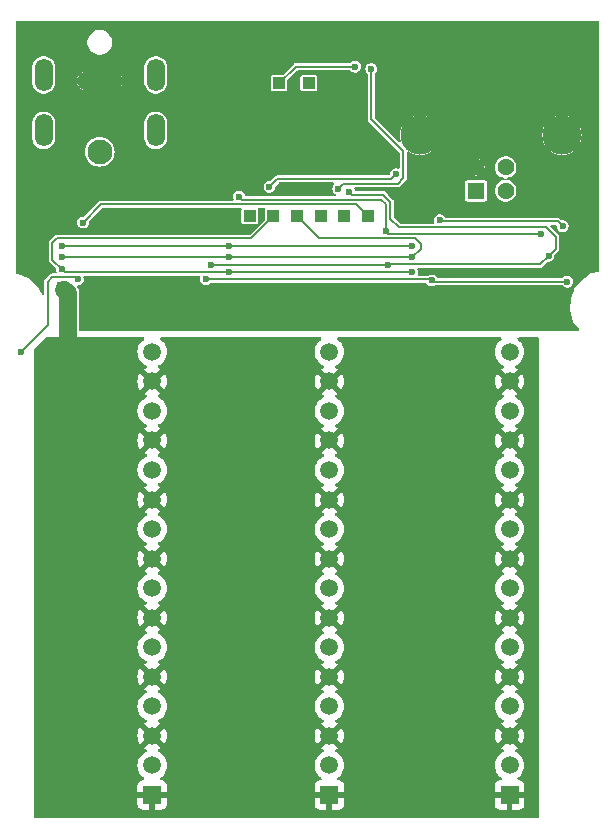
<source format=gbr>
%TF.GenerationSoftware,KiCad,Pcbnew,8.0.5*%
%TF.CreationDate,2025-02-14T14:12:51-08:00*%
%TF.ProjectId,RelayDriver,52656c61-7944-4726-9976-65722e6b6963,A*%
%TF.SameCoordinates,Original*%
%TF.FileFunction,Copper,L2,Bot*%
%TF.FilePolarity,Positive*%
%FSLAX46Y46*%
G04 Gerber Fmt 4.6, Leading zero omitted, Abs format (unit mm)*
G04 Created by KiCad (PCBNEW 8.0.5) date 2025-02-14 14:12:51*
%MOMM*%
%LPD*%
G01*
G04 APERTURE LIST*
%TA.AperFunction,ComponentPad*%
%ADD10R,1.000000X1.000000*%
%TD*%
%TA.AperFunction,ComponentPad*%
%ADD11R,1.500000X1.500000*%
%TD*%
%TA.AperFunction,ComponentPad*%
%ADD12C,1.500000*%
%TD*%
%TA.AperFunction,ComponentPad*%
%ADD13R,1.428000X1.428000*%
%TD*%
%TA.AperFunction,ComponentPad*%
%ADD14C,1.428000*%
%TD*%
%TA.AperFunction,ComponentPad*%
%ADD15C,3.316000*%
%TD*%
%TA.AperFunction,ComponentPad*%
%ADD16C,2.100000*%
%TD*%
%TA.AperFunction,ComponentPad*%
%ADD17O,3.913974X1.550000*%
%TD*%
%TA.AperFunction,ComponentPad*%
%ADD18O,1.550000X2.750000*%
%TD*%
%TA.AperFunction,ViaPad*%
%ADD19C,0.600000*%
%TD*%
%TA.AperFunction,Conductor*%
%ADD20C,0.200000*%
%TD*%
%TA.AperFunction,Conductor*%
%ADD21C,1.500000*%
%TD*%
G04 APERTURE END LIST*
D10*
%TO.P,TP5,1,1*%
%TO.N,/MOSI*%
X140500000Y-77550000D03*
%TD*%
%TO.P,TP8,1,1*%
%TO.N,/~{SS2}*%
X144500000Y-77550000D03*
%TD*%
D11*
%TO.P,J4,1,1*%
%TO.N,+24V*%
X143250000Y-126550000D03*
D12*
%TO.P,J4,2,2*%
%TO.N,Net-(D14-A)*%
X143250000Y-124050000D03*
%TO.P,J4,3,3*%
%TO.N,+24V*%
X143250000Y-121550000D03*
%TO.P,J4,4,4*%
%TO.N,Net-(D15-A)*%
X143250000Y-119050000D03*
%TO.P,J4,5,5*%
%TO.N,+24V*%
X143250000Y-116550000D03*
%TO.P,J4,6,6*%
%TO.N,Net-(D16-A)*%
X143250000Y-114050000D03*
%TO.P,J4,7,7*%
%TO.N,+24V*%
X143250000Y-111550000D03*
%TO.P,J4,8,8*%
%TO.N,Net-(D17-A)*%
X143250000Y-109050000D03*
%TO.P,J4,9,9*%
%TO.N,+24V*%
X143250000Y-106550000D03*
%TO.P,J4,10,10*%
%TO.N,Net-(D18-A)*%
X143250000Y-104050000D03*
%TO.P,J4,11,11*%
%TO.N,+24V*%
X143250000Y-101550000D03*
%TO.P,J4,12,12*%
%TO.N,Net-(D19-A)*%
X143250000Y-99050000D03*
%TO.P,J4,13,13*%
%TO.N,+24V*%
X143250000Y-96550000D03*
%TO.P,J4,14,14*%
%TO.N,Net-(D20-A)*%
X143250000Y-94050000D03*
%TO.P,J4,15,15*%
%TO.N,+24V*%
X143250000Y-91550000D03*
%TO.P,J4,16,16*%
%TO.N,Net-(D21-A)*%
X143250000Y-89050000D03*
%TD*%
D10*
%TO.P,TP6,1,1*%
%TO.N,/MISO*%
X138500000Y-77550000D03*
%TD*%
D11*
%TO.P,J3,1,1*%
%TO.N,+24V*%
X128250000Y-126550000D03*
D12*
%TO.P,J3,2,2*%
%TO.N,Net-(D2-A)*%
X128250000Y-124050000D03*
%TO.P,J3,3,3*%
%TO.N,+24V*%
X128250000Y-121550000D03*
%TO.P,J3,4,4*%
%TO.N,Net-(D3-A)*%
X128250000Y-119050000D03*
%TO.P,J3,5,5*%
%TO.N,+24V*%
X128250000Y-116550000D03*
%TO.P,J3,6,6*%
%TO.N,Net-(D4-A)*%
X128250000Y-114050000D03*
%TO.P,J3,7,7*%
%TO.N,+24V*%
X128250000Y-111550000D03*
%TO.P,J3,8,8*%
%TO.N,Net-(D5-A)*%
X128250000Y-109050000D03*
%TO.P,J3,9,9*%
%TO.N,+24V*%
X128250000Y-106550000D03*
%TO.P,J3,10,10*%
%TO.N,Net-(D6-A)*%
X128250000Y-104050000D03*
%TO.P,J3,11,11*%
%TO.N,+24V*%
X128250000Y-101550000D03*
%TO.P,J3,12,12*%
%TO.N,Net-(D7-A)*%
X128250000Y-99050000D03*
%TO.P,J3,13,13*%
%TO.N,+24V*%
X128250000Y-96550000D03*
%TO.P,J3,14,14*%
%TO.N,Net-(D8-A)*%
X128250000Y-94050000D03*
%TO.P,J3,15,15*%
%TO.N,+24V*%
X128250000Y-91550000D03*
%TO.P,J3,16,16*%
%TO.N,Net-(D9-A)*%
X128250000Y-89050000D03*
%TD*%
D13*
%TO.P,J2,1,VBUS*%
%TO.N,Net-(J2-VBUS)*%
X155670000Y-75410000D03*
D14*
%TO.P,J2,2,D-*%
%TO.N,/DM*%
X158170000Y-75410000D03*
%TO.P,J2,3,D+*%
%TO.N,/DP*%
X158170000Y-73410000D03*
%TO.P,J2,4,GND*%
%TO.N,GND*%
X155670000Y-73410000D03*
D15*
%TO.P,J2,5,Shield*%
X162940000Y-70700000D03*
X150900000Y-70700000D03*
%TD*%
D10*
%TO.P,TP9,1,1*%
%TO.N,/~{SS0}*%
X146500000Y-77550000D03*
%TD*%
%TO.P,TP1,1,1*%
%TO.N,+3V3*%
X139000000Y-66300000D03*
%TD*%
%TO.P,TP3,1,1*%
%TO.N,Net-(U5-VPP)*%
X141500000Y-66300000D03*
%TD*%
D11*
%TO.P,J5,1,1*%
%TO.N,+24V*%
X158500000Y-126550000D03*
D12*
%TO.P,J5,2,2*%
%TO.N,Net-(D22-A)*%
X158500000Y-124050000D03*
%TO.P,J5,3,3*%
%TO.N,+24V*%
X158500000Y-121550000D03*
%TO.P,J5,4,4*%
%TO.N,Net-(D23-A)*%
X158500000Y-119050000D03*
%TO.P,J5,5,5*%
%TO.N,+24V*%
X158500000Y-116550000D03*
%TO.P,J5,6,6*%
%TO.N,Net-(D24-A)*%
X158500000Y-114050000D03*
%TO.P,J5,7,7*%
%TO.N,+24V*%
X158500000Y-111550000D03*
%TO.P,J5,8,8*%
%TO.N,Net-(D25-A)*%
X158500000Y-109050000D03*
%TO.P,J5,9,9*%
%TO.N,+24V*%
X158500000Y-106550000D03*
%TO.P,J5,10,10*%
%TO.N,Net-(D26-A)*%
X158500000Y-104050000D03*
%TO.P,J5,11,11*%
%TO.N,+24V*%
X158500000Y-101550000D03*
%TO.P,J5,12,12*%
%TO.N,Net-(D27-A)*%
X158500000Y-99050000D03*
%TO.P,J5,13,13*%
%TO.N,+24V*%
X158500000Y-96550000D03*
%TO.P,J5,14,14*%
%TO.N,Net-(D28-A)*%
X158500000Y-94050000D03*
%TO.P,J5,15,15*%
%TO.N,+24V*%
X158500000Y-91550000D03*
%TO.P,J5,16,16*%
%TO.N,Net-(D29-A)*%
X158500000Y-89050000D03*
%TD*%
D10*
%TO.P,TP7,1,1*%
%TO.N,/~{SS1}*%
X142500000Y-77550000D03*
%TD*%
%TO.P,TP4,1,1*%
%TO.N,/SCLK*%
X136500000Y-77550000D03*
%TD*%
%TO.P,TP2,1,1*%
%TO.N,GND*%
X144000000Y-66300000D03*
%TD*%
D16*
%TO.P,J1,1*%
%TO.N,+24V*%
X123800000Y-72100000D03*
D17*
%TO.P,J1,2*%
%TO.N,GND*%
X123800000Y-66100000D03*
D18*
%TO.P,J1,SH1*%
%TO.N,N/C*%
X128550000Y-65600000D03*
%TO.P,J1,SH2*%
X119050000Y-65600000D03*
%TO.P,J1,SH3*%
X128550000Y-70300000D03*
%TO.P,J1,SH4*%
X119050000Y-70300000D03*
%TD*%
D19*
%TO.N,GND*%
X134800000Y-77900000D03*
X132000000Y-72500000D03*
X148400000Y-84900000D03*
X142600000Y-86500000D03*
X157800000Y-86500000D03*
X128000000Y-74500000D03*
X151500000Y-75900000D03*
X141500000Y-72800000D03*
X157000000Y-86500000D03*
X120700000Y-62800000D03*
X126800000Y-86500000D03*
X126700000Y-72500000D03*
X147600000Y-72600000D03*
X156200000Y-86500000D03*
X135600000Y-73500000D03*
X127600000Y-86500000D03*
X126600000Y-78100000D03*
X132000000Y-75700000D03*
X150500000Y-77000000D03*
X141800000Y-86500000D03*
X149300000Y-77800000D03*
X141000000Y-86500000D03*
X126000000Y-86500000D03*
X162600000Y-81300000D03*
%TO.N,+3V3*%
X152600000Y-77900000D03*
X132800000Y-82900000D03*
X145400000Y-64900000D03*
X163000000Y-78400000D03*
X163400000Y-83100000D03*
X151902858Y-83002858D03*
X138175735Y-75075735D03*
X148900000Y-74000000D03*
%TO.N,+24V*%
X120400000Y-84000000D03*
X161200000Y-79100000D03*
X135600000Y-75900000D03*
X152200000Y-102300000D03*
X121000000Y-83400000D03*
X121000000Y-84000000D03*
X120400000Y-83400000D03*
X148000000Y-78800000D03*
%TO.N,Net-(D2-A)*%
X117100000Y-89100000D03*
X121950512Y-82900000D03*
%TO.N,Net-(D30-A)*%
X144000000Y-75237500D03*
X146800000Y-65100000D03*
%TO.N,/~{SS0}*%
X122400000Y-78100000D03*
%TO.N,/SCLK*%
X120600000Y-80050000D03*
X134750000Y-80050000D03*
X150250000Y-80050000D03*
%TO.N,/MOSI*%
X150250000Y-81050000D03*
X134750000Y-81050000D03*
X120600000Y-81050000D03*
%TO.N,/MISO*%
X120600000Y-82050000D03*
X134750000Y-82300000D03*
X150250000Y-82300000D03*
%TO.N,/~{SLP}*%
X161800000Y-80900000D03*
X144950000Y-75550000D03*
X148200000Y-81700000D03*
X133233827Y-81692241D03*
%TD*%
D20*
%TO.N,+3V3*%
X140400000Y-64900000D02*
X139000000Y-66300000D01*
X151800000Y-82900000D02*
X151902858Y-83002858D01*
X145400000Y-64900000D02*
X140400000Y-64900000D01*
X152000000Y-83100000D02*
X163400000Y-83100000D01*
X148500000Y-74400000D02*
X138851470Y-74400000D01*
X151902858Y-83002858D02*
X152000000Y-83100000D01*
X152700000Y-78000000D02*
X152600000Y-77900000D01*
X162600000Y-78000000D02*
X152700000Y-78000000D01*
X138851470Y-74400000D02*
X138175735Y-75075735D01*
X132800000Y-82900000D02*
X151800000Y-82900000D01*
X163000000Y-78400000D02*
X162600000Y-78000000D01*
X148900000Y-74000000D02*
X148500000Y-74400000D01*
%TO.N,+24V*%
X147650000Y-76150000D02*
X135850000Y-76150000D01*
X135850000Y-76150000D02*
X135600000Y-75900000D01*
X148000000Y-76500000D02*
X147650000Y-76150000D01*
D21*
X120792504Y-83792504D02*
X121000000Y-84000000D01*
D20*
X150714214Y-79100000D02*
X161200000Y-79100000D01*
X148000000Y-78800000D02*
X148000000Y-76500000D01*
X148000000Y-78800000D02*
X148250000Y-79050000D01*
D21*
X121000000Y-84000000D02*
X121100000Y-84100000D01*
X121100000Y-84100000D02*
X121100000Y-87700000D01*
D20*
X148250000Y-79050000D02*
X150664214Y-79050000D01*
X150664214Y-79050000D02*
X150714214Y-79100000D01*
%TO.N,Net-(D2-A)*%
X121750512Y-82700000D02*
X119800000Y-82700000D01*
X119800000Y-82700000D02*
X119400000Y-83100000D01*
X119400000Y-83100000D02*
X119400000Y-86800000D01*
X121950512Y-82900000D02*
X121750512Y-82700000D01*
X119400000Y-86800000D02*
X117100000Y-89100000D01*
%TO.N,Net-(D30-A)*%
X149500000Y-72069031D02*
X146800000Y-69369031D01*
X149500000Y-74324264D02*
X149500000Y-72069031D01*
X144437500Y-74800000D02*
X149024264Y-74800000D01*
X146800000Y-69369031D02*
X146800000Y-65100000D01*
X144000000Y-75237500D02*
X144437500Y-74800000D01*
X149024264Y-74800000D02*
X149500000Y-74324264D01*
%TO.N,/~{SS0}*%
X123950000Y-76550000D02*
X145500000Y-76550000D01*
X122400000Y-78100000D02*
X123950000Y-76550000D01*
X145500000Y-76550000D02*
X146500000Y-77550000D01*
%TO.N,/SCLK*%
X120600000Y-80050000D02*
X134750000Y-80050000D01*
X134750000Y-80050000D02*
X150250000Y-80050000D01*
%TO.N,/MOSI*%
X120600000Y-81050000D02*
X134750000Y-81050000D01*
X151000000Y-80300000D02*
X150250000Y-81050000D01*
X142400000Y-79450000D02*
X150498529Y-79450000D01*
X134750000Y-81050000D02*
X150250000Y-81050000D01*
X151000000Y-79951471D02*
X151000000Y-80300000D01*
X150498529Y-79450000D02*
X151000000Y-79951471D01*
X140500000Y-77550000D02*
X142400000Y-79450000D01*
%TO.N,/MISO*%
X119800000Y-81250000D02*
X119800000Y-79800000D01*
X136600000Y-79450000D02*
X138500000Y-77550000D01*
X120850000Y-82300000D02*
X134750000Y-82300000D01*
X120150000Y-79450000D02*
X136600000Y-79450000D01*
X134750000Y-82300000D02*
X150250000Y-82300000D01*
X119800000Y-79800000D02*
X120150000Y-79450000D01*
X120600000Y-82050000D02*
X119800000Y-81250000D01*
X120600000Y-82050000D02*
X120850000Y-82300000D01*
%TO.N,/~{SLP}*%
X161800000Y-80900000D02*
X161050000Y-81650000D01*
X148250000Y-81650000D02*
X148200000Y-81700000D01*
X161600000Y-78500000D02*
X162400000Y-79300000D01*
X148050000Y-75984315D02*
X148400000Y-76334314D01*
X149100000Y-78500000D02*
X161600000Y-78500000D01*
X162400000Y-80300000D02*
X161800000Y-80900000D01*
X144950000Y-75550000D02*
X145150000Y-75750000D01*
X148400000Y-77800000D02*
X149100000Y-78500000D01*
X133241586Y-81700000D02*
X133233827Y-81692241D01*
X148200000Y-81700000D02*
X133241586Y-81700000D01*
X161050000Y-81650000D02*
X148250000Y-81650000D01*
X148400000Y-76334314D02*
X148400000Y-77800000D01*
X162400000Y-79300000D02*
X162400000Y-80300000D01*
X147815686Y-75750000D02*
X148050000Y-75984315D01*
X145150000Y-75750000D02*
X147815686Y-75750000D01*
%TD*%
%TA.AperFunction,Conductor*%
%TO.N,GND*%
G36*
X166058691Y-61019407D02*
G01*
X166094655Y-61068907D01*
X166099500Y-61099500D01*
X166099500Y-82199550D01*
X166080593Y-82257741D01*
X166031093Y-82293705D01*
X166016776Y-82297203D01*
X165400000Y-82399999D01*
X164500001Y-83099998D01*
X164000000Y-83699999D01*
X163930895Y-83907314D01*
X163745096Y-84464714D01*
X163699999Y-84600004D01*
X163600000Y-85499996D01*
X163600000Y-85500001D01*
X163899999Y-86499998D01*
X163900000Y-86500000D01*
X164359612Y-87143457D01*
X164378049Y-87201799D01*
X164358672Y-87259835D01*
X164308884Y-87295398D01*
X164279052Y-87300000D01*
X161600000Y-87300000D01*
X122149500Y-87300000D01*
X122091309Y-87281093D01*
X122055345Y-87231593D01*
X122050500Y-87201000D01*
X122050500Y-84006385D01*
X122050499Y-84006381D01*
X122049329Y-84000500D01*
X122013973Y-83822749D01*
X121942322Y-83649769D01*
X121942320Y-83649767D01*
X121942318Y-83649761D01*
X121878667Y-83554502D01*
X121862058Y-83495614D01*
X121883235Y-83438210D01*
X121934109Y-83404217D01*
X121960982Y-83400500D01*
X122022471Y-83400500D01*
X122022473Y-83400500D01*
X122160565Y-83359953D01*
X122281640Y-83282143D01*
X122375889Y-83173373D01*
X122435677Y-83042457D01*
X122456159Y-82900000D01*
X122441709Y-82799500D01*
X122435677Y-82757543D01*
X122427952Y-82740627D01*
X122420977Y-82679840D01*
X122451063Y-82626563D01*
X122506719Y-82601145D01*
X122518005Y-82600500D01*
X132232507Y-82600500D01*
X132290698Y-82619407D01*
X132326662Y-82668907D01*
X132326662Y-82730093D01*
X132322560Y-82740627D01*
X132314834Y-82757543D01*
X132294353Y-82899997D01*
X132294353Y-82900002D01*
X132314834Y-83042456D01*
X132374622Y-83173371D01*
X132374623Y-83173373D01*
X132463749Y-83276231D01*
X132468873Y-83282144D01*
X132589942Y-83359950D01*
X132589947Y-83359953D01*
X132675254Y-83385001D01*
X132728035Y-83400499D01*
X132728036Y-83400499D01*
X132728039Y-83400500D01*
X132728041Y-83400500D01*
X132871959Y-83400500D01*
X132871961Y-83400500D01*
X133010053Y-83359953D01*
X133131128Y-83282143D01*
X133172264Y-83234668D01*
X133224660Y-83203073D01*
X133247083Y-83200500D01*
X151379272Y-83200500D01*
X151437463Y-83219407D01*
X151469325Y-83258372D01*
X151477480Y-83276230D01*
X151571731Y-83385002D01*
X151648142Y-83434108D01*
X151692805Y-83462811D01*
X151799261Y-83494069D01*
X151830893Y-83503357D01*
X151830894Y-83503357D01*
X151830897Y-83503358D01*
X151830899Y-83503358D01*
X151974817Y-83503358D01*
X151974819Y-83503358D01*
X152112911Y-83462811D01*
X152185415Y-83416215D01*
X152238937Y-83400500D01*
X162952917Y-83400500D01*
X163011108Y-83419407D01*
X163027733Y-83434667D01*
X163068872Y-83482143D01*
X163189947Y-83559953D01*
X163296403Y-83591211D01*
X163328035Y-83600499D01*
X163328036Y-83600499D01*
X163328039Y-83600500D01*
X163328041Y-83600500D01*
X163471959Y-83600500D01*
X163471961Y-83600500D01*
X163610053Y-83559953D01*
X163731128Y-83482143D01*
X163825377Y-83373373D01*
X163885165Y-83242457D01*
X163905647Y-83100000D01*
X163899958Y-83060435D01*
X163885165Y-82957543D01*
X163865959Y-82915489D01*
X163825377Y-82826627D01*
X163731128Y-82717857D01*
X163731127Y-82717856D01*
X163731126Y-82717855D01*
X163610057Y-82640049D01*
X163610054Y-82640047D01*
X163610053Y-82640047D01*
X163610050Y-82640046D01*
X163471964Y-82599500D01*
X163471961Y-82599500D01*
X163328039Y-82599500D01*
X163328035Y-82599500D01*
X163189949Y-82640046D01*
X163189942Y-82640049D01*
X163068876Y-82717854D01*
X163068871Y-82717858D01*
X163027736Y-82765331D01*
X162975340Y-82796927D01*
X162952917Y-82799500D01*
X152423833Y-82799500D01*
X152365642Y-82780593D01*
X152333780Y-82741627D01*
X152328235Y-82729485D01*
X152233986Y-82620715D01*
X152233985Y-82620714D01*
X152233984Y-82620713D01*
X152112915Y-82542907D01*
X152112912Y-82542905D01*
X152112911Y-82542905D01*
X152112908Y-82542904D01*
X151974822Y-82502358D01*
X151974819Y-82502358D01*
X151830897Y-82502358D01*
X151830893Y-82502358D01*
X151692807Y-82542904D01*
X151692804Y-82542905D01*
X151665132Y-82560689D01*
X151629194Y-82583784D01*
X151575673Y-82599500D01*
X150817493Y-82599500D01*
X150759302Y-82580593D01*
X150723338Y-82531093D01*
X150723338Y-82469907D01*
X150727440Y-82459373D01*
X150735165Y-82442456D01*
X150735493Y-82440179D01*
X150743137Y-82387010D01*
X150755647Y-82300002D01*
X150755647Y-82299997D01*
X150735165Y-82157543D01*
X150704605Y-82090627D01*
X150697630Y-82029841D01*
X150727716Y-81976563D01*
X150783372Y-81951145D01*
X150794658Y-81950500D01*
X161089563Y-81950500D01*
X161089563Y-81950499D01*
X161165989Y-81930021D01*
X161234511Y-81890460D01*
X161265597Y-81859374D01*
X161290461Y-81834511D01*
X161695473Y-81429497D01*
X161749990Y-81401719D01*
X161765477Y-81400500D01*
X161871959Y-81400500D01*
X161871961Y-81400500D01*
X162010053Y-81359953D01*
X162131128Y-81282143D01*
X162225377Y-81173373D01*
X162285165Y-81042457D01*
X162302558Y-80921483D01*
X162305647Y-80900002D01*
X162305647Y-80899998D01*
X162302558Y-80878516D01*
X162312991Y-80818227D01*
X162330543Y-80794426D01*
X162640460Y-80484511D01*
X162668672Y-80435646D01*
X162680021Y-80415989D01*
X162700500Y-80339562D01*
X162700500Y-79260438D01*
X162680021Y-79184011D01*
X162677821Y-79180201D01*
X162640460Y-79115489D01*
X162584511Y-79059539D01*
X162584511Y-79059540D01*
X161994475Y-78469504D01*
X161966698Y-78414987D01*
X161976269Y-78354555D01*
X162019534Y-78311290D01*
X162064479Y-78300500D01*
X162395353Y-78300500D01*
X162453544Y-78319407D01*
X162489508Y-78368907D01*
X162493322Y-78392995D01*
X162493345Y-78392992D01*
X162493568Y-78394545D01*
X162494353Y-78399500D01*
X162494353Y-78400002D01*
X162514834Y-78542456D01*
X162574622Y-78673371D01*
X162574623Y-78673373D01*
X162632754Y-78740460D01*
X162668873Y-78782144D01*
X162696653Y-78799997D01*
X162789947Y-78859953D01*
X162896403Y-78891211D01*
X162928035Y-78900499D01*
X162928036Y-78900499D01*
X162928039Y-78900500D01*
X162928041Y-78900500D01*
X163071959Y-78900500D01*
X163071961Y-78900500D01*
X163210053Y-78859953D01*
X163331128Y-78782143D01*
X163425377Y-78673373D01*
X163485165Y-78542457D01*
X163503880Y-78412289D01*
X163505647Y-78400002D01*
X163505647Y-78399997D01*
X163485165Y-78257543D01*
X163458363Y-78198855D01*
X163425377Y-78126627D01*
X163331128Y-78017857D01*
X163331127Y-78017856D01*
X163331126Y-78017855D01*
X163210057Y-77940049D01*
X163210054Y-77940047D01*
X163210053Y-77940047D01*
X163210050Y-77940046D01*
X163071964Y-77899500D01*
X163071961Y-77899500D01*
X162965479Y-77899500D01*
X162907288Y-77880593D01*
X162895476Y-77870504D01*
X162784512Y-77759541D01*
X162784511Y-77759540D01*
X162781054Y-77757544D01*
X162781052Y-77757542D01*
X162781052Y-77757543D01*
X162715989Y-77719979D01*
X162715988Y-77719978D01*
X162715987Y-77719978D01*
X162639564Y-77699500D01*
X162639562Y-77699500D01*
X153122280Y-77699500D01*
X153064089Y-77680593D01*
X153032226Y-77641625D01*
X153025377Y-77626627D01*
X152931128Y-77517857D01*
X152931127Y-77517856D01*
X152931126Y-77517855D01*
X152810057Y-77440049D01*
X152810054Y-77440047D01*
X152810053Y-77440047D01*
X152810050Y-77440046D01*
X152671964Y-77399500D01*
X152671961Y-77399500D01*
X152528039Y-77399500D01*
X152528035Y-77399500D01*
X152389949Y-77440046D01*
X152389942Y-77440049D01*
X152268873Y-77517855D01*
X152174622Y-77626628D01*
X152114834Y-77757543D01*
X152094353Y-77899997D01*
X152094353Y-77900002D01*
X152114834Y-78042456D01*
X152122560Y-78059373D01*
X152129535Y-78120160D01*
X152099449Y-78173437D01*
X152043793Y-78198855D01*
X152032507Y-78199500D01*
X149265479Y-78199500D01*
X149207288Y-78180593D01*
X149195475Y-78170504D01*
X148729496Y-77704525D01*
X148701719Y-77650008D01*
X148700500Y-77634521D01*
X148700500Y-76294751D01*
X148700499Y-76294749D01*
X148693479Y-76268552D01*
X148680021Y-76218325D01*
X148673104Y-76206345D01*
X148640460Y-76149803D01*
X148584511Y-76093853D01*
X148584511Y-76093854D01*
X148584510Y-76093853D01*
X148584510Y-76093852D01*
X148234511Y-75743855D01*
X148234510Y-75743854D01*
X148000200Y-75509542D01*
X148000199Y-75509541D01*
X148000198Y-75509540D01*
X147931675Y-75469979D01*
X147931672Y-75469978D01*
X147931671Y-75469977D01*
X147855251Y-75449500D01*
X147855249Y-75449500D01*
X147855248Y-75449500D01*
X145517949Y-75449500D01*
X145459758Y-75430593D01*
X145427896Y-75391628D01*
X145375377Y-75276627D01*
X145364721Y-75264329D01*
X145340905Y-75207971D01*
X145354764Y-75148376D01*
X145401005Y-75108308D01*
X145439542Y-75100500D01*
X149063827Y-75100500D01*
X149063827Y-75100499D01*
X149140253Y-75080021D01*
X149208775Y-75040460D01*
X149244035Y-75005200D01*
X149264725Y-74984511D01*
X149572982Y-74676253D01*
X154755500Y-74676253D01*
X154755500Y-76143746D01*
X154755501Y-76143758D01*
X154767132Y-76202227D01*
X154767134Y-76202233D01*
X154811445Y-76268548D01*
X154811448Y-76268552D01*
X154877769Y-76312867D01*
X154922231Y-76321711D01*
X154936241Y-76324498D01*
X154936246Y-76324498D01*
X154936252Y-76324500D01*
X154936253Y-76324500D01*
X156403747Y-76324500D01*
X156403748Y-76324500D01*
X156462231Y-76312867D01*
X156528552Y-76268552D01*
X156572867Y-76202231D01*
X156584500Y-76143748D01*
X156584500Y-74676252D01*
X156572867Y-74617769D01*
X156528552Y-74551448D01*
X156528548Y-74551445D01*
X156462233Y-74507134D01*
X156462231Y-74507133D01*
X156462228Y-74507132D01*
X156462227Y-74507132D01*
X156403758Y-74495501D01*
X156403748Y-74495500D01*
X154936252Y-74495500D01*
X154936251Y-74495500D01*
X154936241Y-74495501D01*
X154877772Y-74507132D01*
X154877766Y-74507134D01*
X154811451Y-74551445D01*
X154811445Y-74551451D01*
X154767134Y-74617766D01*
X154767132Y-74617772D01*
X154755501Y-74676241D01*
X154755500Y-74676253D01*
X149572982Y-74676253D01*
X149572994Y-74676241D01*
X149740460Y-74508775D01*
X149741033Y-74507780D01*
X149741413Y-74507125D01*
X149750995Y-74490526D01*
X149780021Y-74440253D01*
X149800500Y-74363826D01*
X149800500Y-73409995D01*
X154951482Y-73409995D01*
X154951482Y-73410004D01*
X154969495Y-73569879D01*
X154969498Y-73569891D01*
X155017985Y-73708458D01*
X155017986Y-73708458D01*
X155219696Y-73506747D01*
X155241349Y-73587553D01*
X155301909Y-73692446D01*
X155387554Y-73778091D01*
X155492447Y-73838651D01*
X155573250Y-73860302D01*
X155371540Y-74062013D01*
X155510108Y-74110501D01*
X155510120Y-74110504D01*
X155669996Y-74128518D01*
X155670004Y-74128518D01*
X155829884Y-74110503D01*
X155829886Y-74110503D01*
X155968458Y-74062013D01*
X155968459Y-74062013D01*
X155766749Y-73860302D01*
X155847553Y-73838651D01*
X155952446Y-73778091D01*
X156038091Y-73692446D01*
X156098651Y-73587553D01*
X156120302Y-73506749D01*
X156322013Y-73708459D01*
X156322013Y-73708458D01*
X156370503Y-73569886D01*
X156370503Y-73569884D01*
X156388518Y-73410004D01*
X156388518Y-73410000D01*
X157250463Y-73410000D01*
X157270557Y-73601182D01*
X157329961Y-73784009D01*
X157329962Y-73784011D01*
X157329963Y-73784013D01*
X157329965Y-73784018D01*
X157379608Y-73870000D01*
X157426079Y-73950490D01*
X157554710Y-74093349D01*
X157710231Y-74206342D01*
X157710235Y-74206344D01*
X157710237Y-74206345D01*
X157768354Y-74232220D01*
X157885847Y-74284532D01*
X158020549Y-74313163D01*
X158073536Y-74343756D01*
X158098423Y-74399651D01*
X158085702Y-74459500D01*
X158040232Y-74500441D01*
X158020552Y-74506835D01*
X157940601Y-74523829D01*
X157885850Y-74535467D01*
X157885844Y-74535469D01*
X157710239Y-74613654D01*
X157710235Y-74613656D01*
X157554708Y-74726652D01*
X157476164Y-74813884D01*
X157426079Y-74869510D01*
X157426077Y-74869512D01*
X157426077Y-74869513D01*
X157329965Y-75035981D01*
X157329963Y-75035986D01*
X157329961Y-75035989D01*
X157329961Y-75035991D01*
X157315655Y-75080021D01*
X157270761Y-75218191D01*
X157270557Y-75218818D01*
X157250463Y-75410000D01*
X157270557Y-75601182D01*
X157329961Y-75784009D01*
X157329962Y-75784011D01*
X157329963Y-75784013D01*
X157329965Y-75784018D01*
X157396930Y-75900002D01*
X157426079Y-75950490D01*
X157554710Y-76093349D01*
X157710231Y-76206342D01*
X157710235Y-76206344D01*
X157710237Y-76206345D01*
X157768354Y-76232220D01*
X157885847Y-76284532D01*
X158073882Y-76324500D01*
X158073885Y-76324500D01*
X158266115Y-76324500D01*
X158266118Y-76324500D01*
X158454153Y-76284532D01*
X158629769Y-76206342D01*
X158785290Y-76093349D01*
X158913921Y-75950490D01*
X159010039Y-75784009D01*
X159069443Y-75601182D01*
X159089537Y-75410000D01*
X159069443Y-75218818D01*
X159010039Y-75035991D01*
X159010035Y-75035985D01*
X159010034Y-75035981D01*
X158960654Y-74950455D01*
X158913921Y-74869510D01*
X158785290Y-74726651D01*
X158629769Y-74613658D01*
X158629765Y-74613656D01*
X158629762Y-74613654D01*
X158454155Y-74535469D01*
X158454153Y-74535468D01*
X158454150Y-74535467D01*
X158454149Y-74535467D01*
X158431516Y-74530656D01*
X158319448Y-74506835D01*
X158266463Y-74476244D01*
X158241576Y-74420349D01*
X158254297Y-74360500D01*
X158299767Y-74319559D01*
X158319444Y-74313165D01*
X158454153Y-74284532D01*
X158629769Y-74206342D01*
X158785290Y-74093349D01*
X158913921Y-73950490D01*
X159010039Y-73784009D01*
X159069443Y-73601182D01*
X159089537Y-73410000D01*
X159069443Y-73218818D01*
X159010039Y-73035991D01*
X159010035Y-73035985D01*
X159010034Y-73035981D01*
X158960392Y-72950000D01*
X158913921Y-72869510D01*
X158785290Y-72726651D01*
X158629769Y-72613658D01*
X158629765Y-72613656D01*
X158629762Y-72613654D01*
X158454155Y-72535469D01*
X158454153Y-72535468D01*
X158454150Y-72535467D01*
X158454149Y-72535467D01*
X158418384Y-72527865D01*
X158266118Y-72495500D01*
X158073882Y-72495500D01*
X157953981Y-72520985D01*
X157885850Y-72535467D01*
X157885844Y-72535469D01*
X157710239Y-72613654D01*
X157710235Y-72613656D01*
X157554708Y-72726652D01*
X157476164Y-72813884D01*
X157426079Y-72869510D01*
X157426077Y-72869512D01*
X157426077Y-72869513D01*
X157329965Y-73035981D01*
X157329963Y-73035986D01*
X157270557Y-73218817D01*
X157267268Y-73250108D01*
X157250463Y-73410000D01*
X156388518Y-73410000D01*
X156388518Y-73409995D01*
X156370504Y-73250120D01*
X156370501Y-73250108D01*
X156322013Y-73111540D01*
X156120302Y-73313250D01*
X156098651Y-73232447D01*
X156038091Y-73127554D01*
X155952446Y-73041909D01*
X155847553Y-72981349D01*
X155766747Y-72959696D01*
X155968458Y-72757986D01*
X155968458Y-72757985D01*
X155829891Y-72709498D01*
X155829879Y-72709495D01*
X155670004Y-72691482D01*
X155669996Y-72691482D01*
X155510120Y-72709495D01*
X155510108Y-72709498D01*
X155371540Y-72757985D01*
X155573251Y-72959696D01*
X155492447Y-72981349D01*
X155387554Y-73041909D01*
X155301909Y-73127554D01*
X155241349Y-73232447D01*
X155219696Y-73313251D01*
X155017985Y-73111540D01*
X154969498Y-73250108D01*
X154969495Y-73250120D01*
X154951482Y-73409995D01*
X149800500Y-73409995D01*
X149800500Y-72147551D01*
X149819407Y-72089360D01*
X149868907Y-72053396D01*
X149930093Y-72053396D01*
X149951228Y-72063140D01*
X150144952Y-72181855D01*
X150144958Y-72181858D01*
X150386063Y-72281727D01*
X150386062Y-72281727D01*
X150639831Y-72342651D01*
X150900000Y-72363126D01*
X151160168Y-72342651D01*
X151413936Y-72281727D01*
X151655041Y-72181858D01*
X151655053Y-72181852D01*
X151877559Y-72045499D01*
X151877563Y-72045496D01*
X151885318Y-72038872D01*
X151518533Y-71672086D01*
X151649175Y-71577171D01*
X151777171Y-71449175D01*
X151872087Y-71318533D01*
X152238872Y-71685318D01*
X152245496Y-71677563D01*
X152245499Y-71677559D01*
X152381852Y-71455053D01*
X152381858Y-71455041D01*
X152481727Y-71213936D01*
X152542651Y-70960168D01*
X152563126Y-70700000D01*
X161276873Y-70700000D01*
X161297348Y-70960168D01*
X161358272Y-71213936D01*
X161458141Y-71455041D01*
X161458147Y-71455053D01*
X161594499Y-71677558D01*
X161601126Y-71685318D01*
X161967912Y-71318531D01*
X162062829Y-71449175D01*
X162190825Y-71577171D01*
X162321465Y-71672086D01*
X161954680Y-72038872D01*
X161962440Y-72045499D01*
X161962445Y-72045503D01*
X162184946Y-72181852D01*
X162184958Y-72181858D01*
X162426063Y-72281727D01*
X162426062Y-72281727D01*
X162679831Y-72342651D01*
X162940000Y-72363126D01*
X163200168Y-72342651D01*
X163453936Y-72281727D01*
X163695041Y-72181858D01*
X163695053Y-72181852D01*
X163917559Y-72045499D01*
X163917563Y-72045496D01*
X163925318Y-72038872D01*
X163558533Y-71672087D01*
X163689175Y-71577171D01*
X163817171Y-71449175D01*
X163912087Y-71318533D01*
X164278872Y-71685318D01*
X164285496Y-71677563D01*
X164285499Y-71677559D01*
X164421852Y-71455053D01*
X164421858Y-71455041D01*
X164521727Y-71213936D01*
X164582651Y-70960168D01*
X164603126Y-70700000D01*
X164582651Y-70439831D01*
X164521727Y-70186063D01*
X164421858Y-69944958D01*
X164421852Y-69944946D01*
X164285503Y-69722445D01*
X164285499Y-69722440D01*
X164278872Y-69714680D01*
X163912086Y-70081465D01*
X163817171Y-69950825D01*
X163689175Y-69822829D01*
X163558531Y-69727912D01*
X163925318Y-69361126D01*
X163917558Y-69354499D01*
X163695053Y-69218147D01*
X163695041Y-69218141D01*
X163453936Y-69118272D01*
X163453937Y-69118272D01*
X163200168Y-69057348D01*
X162940000Y-69036873D01*
X162679831Y-69057348D01*
X162426063Y-69118272D01*
X162184958Y-69218141D01*
X162184946Y-69218147D01*
X161962443Y-69354498D01*
X161962437Y-69354502D01*
X161954680Y-69361126D01*
X162321466Y-69727912D01*
X162190825Y-69822829D01*
X162062829Y-69950825D01*
X161967912Y-70081466D01*
X161601126Y-69714680D01*
X161594502Y-69722437D01*
X161594498Y-69722443D01*
X161458147Y-69944946D01*
X161458141Y-69944958D01*
X161358272Y-70186063D01*
X161297348Y-70439831D01*
X161276873Y-70700000D01*
X152563126Y-70700000D01*
X152542651Y-70439831D01*
X152481727Y-70186063D01*
X152381858Y-69944958D01*
X152381852Y-69944946D01*
X152245503Y-69722445D01*
X152245499Y-69722440D01*
X152238872Y-69714680D01*
X151872086Y-70081465D01*
X151777171Y-69950825D01*
X151649175Y-69822829D01*
X151518531Y-69727912D01*
X151885318Y-69361126D01*
X151877558Y-69354499D01*
X151655053Y-69218147D01*
X151655041Y-69218141D01*
X151413936Y-69118272D01*
X151413937Y-69118272D01*
X151160168Y-69057348D01*
X150900000Y-69036873D01*
X150639831Y-69057348D01*
X150386063Y-69118272D01*
X150144958Y-69218141D01*
X150144946Y-69218147D01*
X149922443Y-69354498D01*
X149922437Y-69354502D01*
X149914680Y-69361126D01*
X150281466Y-69727912D01*
X150150825Y-69822829D01*
X150022829Y-69950825D01*
X149927912Y-70081466D01*
X149561126Y-69714680D01*
X149554502Y-69722437D01*
X149554498Y-69722443D01*
X149418147Y-69944946D01*
X149418141Y-69944958D01*
X149318272Y-70186063D01*
X149257348Y-70439831D01*
X149236873Y-70700000D01*
X149257348Y-70960168D01*
X149314801Y-71199478D01*
X149310000Y-71260475D01*
X149270263Y-71307001D01*
X149210768Y-71321284D01*
X149154240Y-71297869D01*
X149148545Y-71292605D01*
X147129496Y-69273556D01*
X147101719Y-69219039D01*
X147100500Y-69203552D01*
X147100500Y-65553893D01*
X147119407Y-65495702D01*
X147126741Y-65487711D01*
X147126491Y-65487494D01*
X147131128Y-65482143D01*
X147225377Y-65373373D01*
X147285165Y-65242457D01*
X147305647Y-65100000D01*
X147285165Y-64957543D01*
X147225377Y-64826627D01*
X147131128Y-64717857D01*
X147131127Y-64717856D01*
X147131126Y-64717855D01*
X147010057Y-64640049D01*
X147010054Y-64640047D01*
X147010053Y-64640047D01*
X147010050Y-64640046D01*
X146871964Y-64599500D01*
X146871961Y-64599500D01*
X146728039Y-64599500D01*
X146728035Y-64599500D01*
X146589949Y-64640046D01*
X146589942Y-64640049D01*
X146468873Y-64717855D01*
X146374622Y-64826628D01*
X146314834Y-64957543D01*
X146294353Y-65099997D01*
X146294353Y-65100002D01*
X146314834Y-65242456D01*
X146352532Y-65325001D01*
X146374623Y-65373373D01*
X146398128Y-65400500D01*
X146473509Y-65487494D01*
X146471471Y-65489259D01*
X146496925Y-65531458D01*
X146499500Y-65553893D01*
X146499500Y-69408595D01*
X146501339Y-69415457D01*
X146519979Y-69485020D01*
X146534549Y-69510256D01*
X146559540Y-69553542D01*
X149170505Y-72164507D01*
X149198281Y-72219022D01*
X149199500Y-72234509D01*
X149199500Y-73434062D01*
X149180593Y-73492253D01*
X149131093Y-73528217D01*
X149072609Y-73529052D01*
X148971964Y-73499500D01*
X148971961Y-73499500D01*
X148828039Y-73499500D01*
X148828035Y-73499500D01*
X148689949Y-73540046D01*
X148689942Y-73540049D01*
X148568873Y-73617855D01*
X148474622Y-73726628D01*
X148414834Y-73857543D01*
X148394353Y-73999997D01*
X148394353Y-74000500D01*
X148394223Y-74000899D01*
X148393345Y-74007008D01*
X148392287Y-74006856D01*
X148375446Y-74058691D01*
X148325946Y-74094655D01*
X148295353Y-74099500D01*
X138891032Y-74099500D01*
X138811908Y-74099500D01*
X138770851Y-74110501D01*
X138735477Y-74119979D01*
X138666963Y-74159536D01*
X138666958Y-74159540D01*
X138280259Y-74546239D01*
X138225743Y-74574016D01*
X138210256Y-74575235D01*
X138103770Y-74575235D01*
X137965684Y-74615781D01*
X137965677Y-74615784D01*
X137844608Y-74693590D01*
X137750357Y-74802363D01*
X137690569Y-74933278D01*
X137670088Y-75075732D01*
X137670088Y-75075737D01*
X137690569Y-75218191D01*
X137750357Y-75349106D01*
X137750358Y-75349108D01*
X137844607Y-75457878D01*
X137844608Y-75457879D01*
X137924998Y-75509542D01*
X137965682Y-75535688D01*
X138072138Y-75566946D01*
X138103770Y-75576234D01*
X138103771Y-75576234D01*
X138103774Y-75576235D01*
X138103776Y-75576235D01*
X138247694Y-75576235D01*
X138247696Y-75576235D01*
X138385788Y-75535688D01*
X138506863Y-75457878D01*
X138601112Y-75349108D01*
X138660900Y-75218192D01*
X138676699Y-75108308D01*
X138681382Y-75075737D01*
X138681382Y-75075733D01*
X138678293Y-75054251D01*
X138688726Y-74993962D01*
X138706278Y-74970161D01*
X138946945Y-74729496D01*
X139001461Y-74701719D01*
X139016948Y-74700500D01*
X143586276Y-74700500D01*
X143644467Y-74719407D01*
X143680431Y-74768907D01*
X143680431Y-74830093D01*
X143661096Y-74864331D01*
X143574622Y-74964128D01*
X143514834Y-75095043D01*
X143494353Y-75237497D01*
X143494353Y-75237502D01*
X143514834Y-75379956D01*
X143555947Y-75469979D01*
X143574623Y-75510873D01*
X143631259Y-75576235D01*
X143668873Y-75619644D01*
X143742897Y-75667216D01*
X143781628Y-75714582D01*
X143785122Y-75775667D01*
X143752042Y-75827140D01*
X143695026Y-75849339D01*
X143689374Y-75849500D01*
X136184171Y-75849500D01*
X136125980Y-75830593D01*
X136090016Y-75781093D01*
X136086179Y-75764591D01*
X136085165Y-75757545D01*
X136085164Y-75757541D01*
X136065545Y-75714582D01*
X136025377Y-75626627D01*
X135931128Y-75517857D01*
X135931127Y-75517856D01*
X135931126Y-75517855D01*
X135810057Y-75440049D01*
X135810054Y-75440047D01*
X135810053Y-75440047D01*
X135810050Y-75440046D01*
X135671964Y-75399500D01*
X135671961Y-75399500D01*
X135528039Y-75399500D01*
X135528035Y-75399500D01*
X135389949Y-75440046D01*
X135389942Y-75440049D01*
X135268873Y-75517855D01*
X135174622Y-75626628D01*
X135114834Y-75757543D01*
X135094353Y-75899997D01*
X135094353Y-75900002D01*
X135114834Y-76042456D01*
X135145395Y-76109373D01*
X135152370Y-76170159D01*
X135122284Y-76223437D01*
X135066628Y-76248855D01*
X135055342Y-76249500D01*
X123910435Y-76249500D01*
X123834012Y-76269978D01*
X123806875Y-76285646D01*
X123806874Y-76285645D01*
X123765490Y-76309539D01*
X122504524Y-77570504D01*
X122450007Y-77598281D01*
X122434520Y-77599500D01*
X122328035Y-77599500D01*
X122189949Y-77640046D01*
X122189942Y-77640049D01*
X122068873Y-77717855D01*
X121974622Y-77826628D01*
X121914834Y-77957543D01*
X121894353Y-78099997D01*
X121894353Y-78100002D01*
X121914834Y-78242456D01*
X121962170Y-78346105D01*
X121974623Y-78373373D01*
X122068872Y-78482143D01*
X122068873Y-78482144D01*
X122189942Y-78559950D01*
X122189947Y-78559953D01*
X122296403Y-78591211D01*
X122328035Y-78600499D01*
X122328036Y-78600499D01*
X122328039Y-78600500D01*
X122328041Y-78600500D01*
X122471959Y-78600500D01*
X122471961Y-78600500D01*
X122610053Y-78559953D01*
X122731128Y-78482143D01*
X122825377Y-78373373D01*
X122885165Y-78242457D01*
X122894060Y-78180593D01*
X122905647Y-78100002D01*
X122905647Y-78100000D01*
X122902558Y-78078518D01*
X122912990Y-78018228D01*
X122930543Y-77994426D01*
X124045475Y-76879496D01*
X124099992Y-76851719D01*
X124115479Y-76850500D01*
X135714623Y-76850500D01*
X135772814Y-76869407D01*
X135808778Y-76918907D01*
X135811721Y-76968815D01*
X135811133Y-76971768D01*
X135811133Y-76971769D01*
X135803476Y-77010262D01*
X135799500Y-77030251D01*
X135799500Y-78069746D01*
X135799501Y-78069758D01*
X135811132Y-78128227D01*
X135811134Y-78128233D01*
X135855445Y-78194548D01*
X135855448Y-78194552D01*
X135921769Y-78238867D01*
X135966231Y-78247711D01*
X135980241Y-78250498D01*
X135980246Y-78250498D01*
X135980252Y-78250500D01*
X135980253Y-78250500D01*
X137019747Y-78250500D01*
X137019748Y-78250500D01*
X137078231Y-78238867D01*
X137144552Y-78194552D01*
X137188867Y-78128231D01*
X137200500Y-78069748D01*
X137200500Y-77030252D01*
X137188867Y-76971769D01*
X137188866Y-76971768D01*
X137188279Y-76968815D01*
X137195471Y-76908053D01*
X137237003Y-76863123D01*
X137285377Y-76850500D01*
X137714623Y-76850500D01*
X137772814Y-76869407D01*
X137808778Y-76918907D01*
X137811721Y-76968815D01*
X137811133Y-76971768D01*
X137811133Y-76971769D01*
X137803476Y-77010262D01*
X137799500Y-77030251D01*
X137799500Y-77784521D01*
X137780593Y-77842712D01*
X137770504Y-77854525D01*
X136504525Y-79120504D01*
X136450008Y-79148281D01*
X136434521Y-79149500D01*
X120189562Y-79149500D01*
X120110438Y-79149500D01*
X120069952Y-79160348D01*
X120034007Y-79169979D01*
X119965493Y-79209536D01*
X119965488Y-79209540D01*
X119559539Y-79615489D01*
X119519980Y-79684007D01*
X119519978Y-79684011D01*
X119499500Y-79760435D01*
X119499500Y-81289564D01*
X119519978Y-81365988D01*
X119519979Y-81365989D01*
X119539436Y-81399690D01*
X119550507Y-81418864D01*
X119550508Y-81418867D01*
X119559536Y-81434505D01*
X119559537Y-81434507D01*
X119559540Y-81434511D01*
X119817267Y-81692238D01*
X120069453Y-81944424D01*
X120097230Y-81998941D01*
X120097442Y-82028515D01*
X120094353Y-82050002D01*
X120114834Y-82192456D01*
X120145395Y-82259373D01*
X120152370Y-82320159D01*
X120122284Y-82373437D01*
X120066628Y-82398855D01*
X120055342Y-82399500D01*
X119760435Y-82399500D01*
X119684012Y-82419978D01*
X119645078Y-82442457D01*
X119645077Y-82442456D01*
X119615488Y-82459540D01*
X119159539Y-82915489D01*
X119119980Y-82984007D01*
X119119978Y-82984011D01*
X119099500Y-83060435D01*
X119099500Y-84149846D01*
X119080593Y-84208037D01*
X119031093Y-84244001D01*
X118969907Y-84244001D01*
X118920407Y-84208037D01*
X118909505Y-84188844D01*
X118788849Y-83907314D01*
X118700000Y-83700000D01*
X117900000Y-82900000D01*
X117899998Y-82899999D01*
X117899997Y-82899998D01*
X117100004Y-82500001D01*
X117099998Y-82499999D01*
X116788567Y-82465396D01*
X116732820Y-82440179D01*
X116702543Y-82387010D01*
X116700500Y-82367002D01*
X116700500Y-72099996D01*
X122544723Y-72099996D01*
X122544723Y-72100003D01*
X122563791Y-72317969D01*
X122563792Y-72317976D01*
X122563793Y-72317977D01*
X122620425Y-72529330D01*
X122712898Y-72727639D01*
X122838402Y-72906877D01*
X122993123Y-73061598D01*
X123172361Y-73187102D01*
X123370670Y-73279575D01*
X123582023Y-73336207D01*
X123582027Y-73336207D01*
X123582030Y-73336208D01*
X123799997Y-73355277D01*
X123800000Y-73355277D01*
X123800003Y-73355277D01*
X124017969Y-73336208D01*
X124017970Y-73336207D01*
X124017977Y-73336207D01*
X124229330Y-73279575D01*
X124427639Y-73187102D01*
X124606877Y-73061598D01*
X124761598Y-72906877D01*
X124887102Y-72727639D01*
X124979575Y-72529330D01*
X125036207Y-72317977D01*
X125039379Y-72281727D01*
X125055277Y-72100003D01*
X125055277Y-72099996D01*
X125036208Y-71882030D01*
X125036207Y-71882027D01*
X125036207Y-71882023D01*
X124979575Y-71670670D01*
X124953154Y-71614010D01*
X124887107Y-71472372D01*
X124887103Y-71472364D01*
X124874973Y-71455041D01*
X124803292Y-71352668D01*
X124761601Y-71293127D01*
X124761600Y-71293126D01*
X124761598Y-71293123D01*
X124606877Y-71138402D01*
X124606873Y-71138399D01*
X124606872Y-71138398D01*
X124485700Y-71053553D01*
X124427639Y-71012898D01*
X124229330Y-70920425D01*
X124017977Y-70863793D01*
X124017976Y-70863792D01*
X124017969Y-70863791D01*
X123800003Y-70844723D01*
X123799997Y-70844723D01*
X123582030Y-70863791D01*
X123370666Y-70920426D01*
X123172372Y-71012892D01*
X123172364Y-71012896D01*
X122993127Y-71138398D01*
X122838398Y-71293127D01*
X122712896Y-71472364D01*
X122712892Y-71472372D01*
X122620426Y-71670666D01*
X122563791Y-71882030D01*
X122544723Y-72099996D01*
X116700500Y-72099996D01*
X116700500Y-69603919D01*
X118074500Y-69603919D01*
X118074500Y-70996080D01*
X118111988Y-71184542D01*
X118111988Y-71184544D01*
X118185521Y-71362070D01*
X118185521Y-71362071D01*
X118259223Y-71472372D01*
X118292280Y-71521845D01*
X118428155Y-71657720D01*
X118587927Y-71764477D01*
X118765457Y-71838012D01*
X118953922Y-71875500D01*
X118953923Y-71875500D01*
X119146077Y-71875500D01*
X119146078Y-71875500D01*
X119334543Y-71838012D01*
X119512073Y-71764477D01*
X119671845Y-71657720D01*
X119807720Y-71521845D01*
X119914477Y-71362073D01*
X119988012Y-71184543D01*
X120025500Y-70996078D01*
X120025500Y-69603922D01*
X120025499Y-69603919D01*
X127574500Y-69603919D01*
X127574500Y-70996080D01*
X127611988Y-71184542D01*
X127611988Y-71184544D01*
X127685521Y-71362070D01*
X127685521Y-71362071D01*
X127759223Y-71472372D01*
X127792280Y-71521845D01*
X127928155Y-71657720D01*
X128087927Y-71764477D01*
X128265457Y-71838012D01*
X128453922Y-71875500D01*
X128453923Y-71875500D01*
X128646077Y-71875500D01*
X128646078Y-71875500D01*
X128834543Y-71838012D01*
X129012073Y-71764477D01*
X129171845Y-71657720D01*
X129307720Y-71521845D01*
X129414477Y-71362073D01*
X129488012Y-71184543D01*
X129525500Y-70996078D01*
X129525500Y-69603922D01*
X129488012Y-69415457D01*
X129429235Y-69273556D01*
X129414478Y-69237929D01*
X129414478Y-69237928D01*
X129307720Y-69078155D01*
X129171844Y-68942279D01*
X129012070Y-68835521D01*
X128834543Y-68761988D01*
X128646080Y-68724500D01*
X128646078Y-68724500D01*
X128453922Y-68724500D01*
X128453919Y-68724500D01*
X128265457Y-68761988D01*
X128265455Y-68761988D01*
X128087929Y-68835521D01*
X128087928Y-68835521D01*
X127928155Y-68942279D01*
X127792279Y-69078155D01*
X127685521Y-69237928D01*
X127685521Y-69237929D01*
X127611988Y-69415455D01*
X127611988Y-69415457D01*
X127574500Y-69603919D01*
X120025499Y-69603919D01*
X119988012Y-69415457D01*
X119929235Y-69273556D01*
X119914478Y-69237929D01*
X119914478Y-69237928D01*
X119807720Y-69078155D01*
X119671844Y-68942279D01*
X119512070Y-68835521D01*
X119334543Y-68761988D01*
X119146080Y-68724500D01*
X119146078Y-68724500D01*
X118953922Y-68724500D01*
X118953919Y-68724500D01*
X118765457Y-68761988D01*
X118765455Y-68761988D01*
X118587929Y-68835521D01*
X118587928Y-68835521D01*
X118428155Y-68942279D01*
X118292279Y-69078155D01*
X118185521Y-69237928D01*
X118185521Y-69237929D01*
X118111988Y-69415455D01*
X118111988Y-69415457D01*
X118074500Y-69603919D01*
X116700500Y-69603919D01*
X116700500Y-64903919D01*
X118074500Y-64903919D01*
X118074500Y-66296080D01*
X118085226Y-66350000D01*
X118109640Y-66472741D01*
X118111988Y-66484542D01*
X118111988Y-66484544D01*
X118185521Y-66662070D01*
X118185521Y-66662071D01*
X118292279Y-66821844D01*
X118292280Y-66821845D01*
X118428155Y-66957720D01*
X118587927Y-67064477D01*
X118765457Y-67138012D01*
X118953922Y-67175500D01*
X118953923Y-67175500D01*
X119146077Y-67175500D01*
X119146078Y-67175500D01*
X119334543Y-67138012D01*
X119512073Y-67064477D01*
X119671845Y-66957720D01*
X119807720Y-66821845D01*
X119914477Y-66662073D01*
X119988012Y-66484543D01*
X120025500Y-66296078D01*
X120025500Y-65849999D01*
X121882712Y-65849999D01*
X121882713Y-65850000D01*
X122384314Y-65850000D01*
X122379920Y-65854394D01*
X122327259Y-65945606D01*
X122300000Y-66047339D01*
X122300000Y-66152661D01*
X122327259Y-66254394D01*
X122379920Y-66345606D01*
X122384314Y-66350000D01*
X121882713Y-66350000D01*
X121931215Y-66467097D01*
X122016028Y-66594030D01*
X122123982Y-66701984D01*
X122250915Y-66786797D01*
X122391953Y-66845216D01*
X122541679Y-66874999D01*
X122541683Y-66875000D01*
X123549999Y-66875000D01*
X123550000Y-66874999D01*
X123550000Y-66500000D01*
X124050000Y-66500000D01*
X124050000Y-66874999D01*
X124050001Y-66875000D01*
X125058317Y-66875000D01*
X125058320Y-66874999D01*
X125208045Y-66845216D01*
X125208047Y-66845216D01*
X125349084Y-66786797D01*
X125476017Y-66701984D01*
X125583971Y-66594030D01*
X125668784Y-66467097D01*
X125717287Y-66350000D01*
X125215686Y-66350000D01*
X125220080Y-66345606D01*
X125272741Y-66254394D01*
X125300000Y-66152661D01*
X125300000Y-66047339D01*
X125272741Y-65945606D01*
X125220080Y-65854394D01*
X125215686Y-65850000D01*
X125717287Y-65850000D01*
X125717287Y-65849999D01*
X125668784Y-65732902D01*
X125583971Y-65605969D01*
X125476017Y-65498015D01*
X125349084Y-65413202D01*
X125208046Y-65354783D01*
X125058320Y-65325000D01*
X124050001Y-65325000D01*
X124050000Y-65325001D01*
X124050000Y-65700000D01*
X123550000Y-65700000D01*
X123550000Y-65325001D01*
X123549999Y-65325000D01*
X122541679Y-65325000D01*
X122391954Y-65354783D01*
X122391952Y-65354783D01*
X122250915Y-65413202D01*
X122123982Y-65498015D01*
X122016028Y-65605969D01*
X121931215Y-65732902D01*
X121882712Y-65849999D01*
X120025500Y-65849999D01*
X120025500Y-64903922D01*
X120025499Y-64903919D01*
X127574500Y-64903919D01*
X127574500Y-66296080D01*
X127585226Y-66350000D01*
X127609640Y-66472741D01*
X127611988Y-66484542D01*
X127611988Y-66484544D01*
X127685521Y-66662070D01*
X127685521Y-66662071D01*
X127792279Y-66821844D01*
X127792280Y-66821845D01*
X127928155Y-66957720D01*
X128087927Y-67064477D01*
X128265457Y-67138012D01*
X128453922Y-67175500D01*
X128453923Y-67175500D01*
X128646077Y-67175500D01*
X128646078Y-67175500D01*
X128834543Y-67138012D01*
X129012073Y-67064477D01*
X129171845Y-66957720D01*
X129307720Y-66821845D01*
X129414477Y-66662073D01*
X129488012Y-66484543D01*
X129525500Y-66296078D01*
X129525500Y-65780253D01*
X138299500Y-65780253D01*
X138299500Y-66819746D01*
X138299501Y-66819758D01*
X138310490Y-66874999D01*
X138311133Y-66878231D01*
X138355448Y-66944552D01*
X138421769Y-66988867D01*
X138466231Y-66997711D01*
X138480241Y-67000498D01*
X138480246Y-67000498D01*
X138480252Y-67000500D01*
X138480253Y-67000500D01*
X139519747Y-67000500D01*
X139519748Y-67000500D01*
X139578231Y-66988867D01*
X139644552Y-66944552D01*
X139688867Y-66878231D01*
X139700500Y-66819748D01*
X139700500Y-66065479D01*
X139719407Y-66007288D01*
X139729496Y-65995475D01*
X139944718Y-65780253D01*
X140799500Y-65780253D01*
X140799500Y-66819746D01*
X140799501Y-66819758D01*
X140810490Y-66874999D01*
X140811133Y-66878231D01*
X140855448Y-66944552D01*
X140921769Y-66988867D01*
X140966231Y-66997711D01*
X140980241Y-67000498D01*
X140980246Y-67000498D01*
X140980252Y-67000500D01*
X140980253Y-67000500D01*
X142019747Y-67000500D01*
X142019748Y-67000500D01*
X142078231Y-66988867D01*
X142144552Y-66944552D01*
X142188867Y-66878231D01*
X142200500Y-66819748D01*
X142200500Y-66550001D01*
X143500000Y-66550001D01*
X143500000Y-66799999D01*
X143500001Y-66800000D01*
X143749999Y-66800000D01*
X143750000Y-66799999D01*
X143750000Y-66550001D01*
X144250000Y-66550001D01*
X144250000Y-66799999D01*
X144250001Y-66800000D01*
X144499999Y-66800000D01*
X144500000Y-66799999D01*
X144500000Y-66550001D01*
X144499999Y-66550000D01*
X144250001Y-66550000D01*
X144250000Y-66550001D01*
X143750000Y-66550001D01*
X143749999Y-66550000D01*
X143500001Y-66550000D01*
X143500000Y-66550001D01*
X142200500Y-66550001D01*
X142200500Y-66250272D01*
X143750000Y-66250272D01*
X143750000Y-66349728D01*
X143788060Y-66441614D01*
X143858386Y-66511940D01*
X143950272Y-66550000D01*
X144049728Y-66550000D01*
X144141614Y-66511940D01*
X144211940Y-66441614D01*
X144250000Y-66349728D01*
X144250000Y-66250272D01*
X144211940Y-66158386D01*
X144141614Y-66088060D01*
X144049728Y-66050000D01*
X143950272Y-66050000D01*
X143858386Y-66088060D01*
X143788060Y-66158386D01*
X143750000Y-66250272D01*
X142200500Y-66250272D01*
X142200500Y-65800001D01*
X143500000Y-65800001D01*
X143500000Y-66049999D01*
X143500001Y-66050000D01*
X143749999Y-66050000D01*
X143750000Y-66049999D01*
X143750000Y-65800001D01*
X144250000Y-65800001D01*
X144250000Y-66049999D01*
X144250001Y-66050000D01*
X144499999Y-66050000D01*
X144500000Y-66049999D01*
X144500000Y-65800001D01*
X144499999Y-65800000D01*
X144250001Y-65800000D01*
X144250000Y-65800001D01*
X143750000Y-65800001D01*
X143749999Y-65800000D01*
X143500001Y-65800000D01*
X143500000Y-65800001D01*
X142200500Y-65800001D01*
X142200500Y-65780252D01*
X142188867Y-65721769D01*
X142144552Y-65655448D01*
X142144548Y-65655445D01*
X142078233Y-65611134D01*
X142078231Y-65611133D01*
X142078228Y-65611132D01*
X142078227Y-65611132D01*
X142019758Y-65599501D01*
X142019748Y-65599500D01*
X140980252Y-65599500D01*
X140980251Y-65599500D01*
X140980241Y-65599501D01*
X140921772Y-65611132D01*
X140921766Y-65611134D01*
X140855451Y-65655445D01*
X140855445Y-65655451D01*
X140811134Y-65721766D01*
X140811132Y-65721772D01*
X140799501Y-65780241D01*
X140799500Y-65780253D01*
X139944718Y-65780253D01*
X140495475Y-65229496D01*
X140549992Y-65201719D01*
X140565479Y-65200500D01*
X144952917Y-65200500D01*
X145011108Y-65219407D01*
X145027733Y-65234667D01*
X145068872Y-65282143D01*
X145189947Y-65359953D01*
X145296403Y-65391211D01*
X145328035Y-65400499D01*
X145328036Y-65400499D01*
X145328039Y-65400500D01*
X145328041Y-65400500D01*
X145471959Y-65400500D01*
X145471961Y-65400500D01*
X145610053Y-65359953D01*
X145731128Y-65282143D01*
X145825377Y-65173373D01*
X145885165Y-65042457D01*
X145905647Y-64900000D01*
X145885165Y-64757543D01*
X145825377Y-64626627D01*
X145731128Y-64517857D01*
X145731127Y-64517856D01*
X145731126Y-64517855D01*
X145610057Y-64440049D01*
X145610054Y-64440047D01*
X145610053Y-64440047D01*
X145610050Y-64440046D01*
X145471964Y-64399500D01*
X145471961Y-64399500D01*
X145328039Y-64399500D01*
X145328035Y-64399500D01*
X145189949Y-64440046D01*
X145189942Y-64440049D01*
X145068876Y-64517854D01*
X145068871Y-64517858D01*
X145027736Y-64565331D01*
X144975340Y-64596927D01*
X144952917Y-64599500D01*
X140360435Y-64599500D01*
X140284011Y-64619978D01*
X140284007Y-64619980D01*
X140215491Y-64659538D01*
X139304525Y-65570504D01*
X139250008Y-65598281D01*
X139234521Y-65599500D01*
X138480252Y-65599500D01*
X138480251Y-65599500D01*
X138480241Y-65599501D01*
X138421772Y-65611132D01*
X138421766Y-65611134D01*
X138355451Y-65655445D01*
X138355445Y-65655451D01*
X138311134Y-65721766D01*
X138311132Y-65721772D01*
X138299501Y-65780241D01*
X138299500Y-65780253D01*
X129525500Y-65780253D01*
X129525500Y-64903922D01*
X129488012Y-64715457D01*
X129439981Y-64599500D01*
X129414478Y-64537929D01*
X129414478Y-64537928D01*
X129307720Y-64378155D01*
X129171844Y-64242279D01*
X129012070Y-64135521D01*
X128834543Y-64061988D01*
X128646080Y-64024500D01*
X128646078Y-64024500D01*
X128453922Y-64024500D01*
X128453919Y-64024500D01*
X128265457Y-64061988D01*
X128265455Y-64061988D01*
X128087929Y-64135521D01*
X128087928Y-64135521D01*
X127928155Y-64242279D01*
X127792279Y-64378155D01*
X127685521Y-64537928D01*
X127685521Y-64537929D01*
X127611988Y-64715455D01*
X127611988Y-64715457D01*
X127574500Y-64903919D01*
X120025499Y-64903919D01*
X119988012Y-64715457D01*
X119939981Y-64599500D01*
X119914478Y-64537929D01*
X119914478Y-64537928D01*
X119807720Y-64378155D01*
X119671844Y-64242279D01*
X119512070Y-64135521D01*
X119334543Y-64061988D01*
X119146080Y-64024500D01*
X119146078Y-64024500D01*
X118953922Y-64024500D01*
X118953919Y-64024500D01*
X118765457Y-64061988D01*
X118765455Y-64061988D01*
X118587929Y-64135521D01*
X118587928Y-64135521D01*
X118428155Y-64242279D01*
X118292279Y-64378155D01*
X118185521Y-64537928D01*
X118185521Y-64537929D01*
X118111988Y-64715455D01*
X118111988Y-64715457D01*
X118074500Y-64903919D01*
X116700500Y-64903919D01*
X116700500Y-62746532D01*
X122749500Y-62746532D01*
X122749500Y-62953467D01*
X122789869Y-63156418D01*
X122869058Y-63347597D01*
X122869059Y-63347598D01*
X122984023Y-63519655D01*
X123130345Y-63665977D01*
X123302402Y-63780941D01*
X123493580Y-63860130D01*
X123696535Y-63900500D01*
X123696536Y-63900500D01*
X123903464Y-63900500D01*
X123903465Y-63900500D01*
X124106420Y-63860130D01*
X124297598Y-63780941D01*
X124469655Y-63665977D01*
X124615977Y-63519655D01*
X124730941Y-63347598D01*
X124810130Y-63156420D01*
X124850500Y-62953465D01*
X124850500Y-62746535D01*
X124810130Y-62543580D01*
X124730941Y-62352402D01*
X124615977Y-62180345D01*
X124469655Y-62034023D01*
X124297598Y-61919059D01*
X124297599Y-61919059D01*
X124297597Y-61919058D01*
X124106418Y-61839869D01*
X123903467Y-61799500D01*
X123903465Y-61799500D01*
X123696535Y-61799500D01*
X123696532Y-61799500D01*
X123493581Y-61839869D01*
X123302402Y-61919058D01*
X123130348Y-62034020D01*
X122984020Y-62180348D01*
X122869058Y-62352402D01*
X122789869Y-62543581D01*
X122749500Y-62746532D01*
X116700500Y-62746532D01*
X116700500Y-61099500D01*
X116719407Y-61041309D01*
X116768907Y-61005345D01*
X116799500Y-61000500D01*
X166000500Y-61000500D01*
X166058691Y-61019407D01*
G37*
%TD.AperFunction*%
%TD*%
%TA.AperFunction,Conductor*%
%TO.N,+24V*%
G36*
X121835174Y-87712722D02*
G01*
X121893404Y-87741351D01*
X121935104Y-87761853D01*
X121993295Y-87780760D01*
X122007077Y-87785022D01*
X122007084Y-87785024D01*
X122149500Y-87805500D01*
X127453871Y-87805500D01*
X127520910Y-87825185D01*
X127566665Y-87877989D01*
X127576609Y-87947147D01*
X127547584Y-88010703D01*
X127524994Y-88031075D01*
X127443121Y-88088402D01*
X127288402Y-88243121D01*
X127162900Y-88422357D01*
X127162898Y-88422361D01*
X127070426Y-88620668D01*
X127070422Y-88620677D01*
X127013793Y-88832020D01*
X127013793Y-88832024D01*
X126994723Y-89049997D01*
X126994723Y-89050002D01*
X127013793Y-89267975D01*
X127013793Y-89267979D01*
X127070422Y-89479322D01*
X127070424Y-89479326D01*
X127070425Y-89479330D01*
X127116661Y-89578484D01*
X127162897Y-89677638D01*
X127162898Y-89677639D01*
X127288402Y-89856877D01*
X127443123Y-90011598D01*
X127622361Y-90137102D01*
X127731285Y-90187894D01*
X127783724Y-90234066D01*
X127802876Y-90301260D01*
X127782660Y-90368141D01*
X127731285Y-90412658D01*
X127622613Y-90463333D01*
X127560428Y-90506874D01*
X128120591Y-91067037D01*
X128057007Y-91084075D01*
X127942993Y-91149901D01*
X127849901Y-91242993D01*
X127784075Y-91357007D01*
X127767037Y-91420591D01*
X127206874Y-90860428D01*
X127163333Y-90922613D01*
X127070898Y-91120840D01*
X127070894Y-91120849D01*
X127014289Y-91332105D01*
X127014287Y-91332115D01*
X126995225Y-91549999D01*
X126995225Y-91550000D01*
X127014287Y-91767884D01*
X127014289Y-91767894D01*
X127070894Y-91979150D01*
X127070898Y-91979159D01*
X127163333Y-92177387D01*
X127206874Y-92239571D01*
X127767037Y-91679408D01*
X127784075Y-91742993D01*
X127849901Y-91857007D01*
X127942993Y-91950099D01*
X128057007Y-92015925D01*
X128120590Y-92032962D01*
X127560427Y-92593124D01*
X127622612Y-92636667D01*
X127731285Y-92687342D01*
X127783724Y-92733514D01*
X127802876Y-92800708D01*
X127782660Y-92867589D01*
X127731285Y-92912106D01*
X127622362Y-92962898D01*
X127622357Y-92962900D01*
X127443121Y-93088402D01*
X127288402Y-93243121D01*
X127162900Y-93422357D01*
X127162898Y-93422361D01*
X127070426Y-93620668D01*
X127070422Y-93620677D01*
X127013793Y-93832020D01*
X127013793Y-93832024D01*
X126994723Y-94049997D01*
X126994723Y-94050002D01*
X127013793Y-94267975D01*
X127013793Y-94267979D01*
X127070422Y-94479322D01*
X127070424Y-94479326D01*
X127070425Y-94479330D01*
X127116661Y-94578484D01*
X127162897Y-94677638D01*
X127162898Y-94677639D01*
X127288402Y-94856877D01*
X127443123Y-95011598D01*
X127622361Y-95137102D01*
X127731285Y-95187894D01*
X127783724Y-95234066D01*
X127802876Y-95301260D01*
X127782660Y-95368141D01*
X127731285Y-95412658D01*
X127622613Y-95463333D01*
X127560428Y-95506874D01*
X128120591Y-96067037D01*
X128057007Y-96084075D01*
X127942993Y-96149901D01*
X127849901Y-96242993D01*
X127784075Y-96357007D01*
X127767037Y-96420591D01*
X127206874Y-95860428D01*
X127163333Y-95922613D01*
X127070898Y-96120840D01*
X127070894Y-96120849D01*
X127014289Y-96332105D01*
X127014287Y-96332115D01*
X126995225Y-96549999D01*
X126995225Y-96550000D01*
X127014287Y-96767884D01*
X127014289Y-96767894D01*
X127070894Y-96979150D01*
X127070898Y-96979159D01*
X127163333Y-97177387D01*
X127206874Y-97239571D01*
X127767037Y-96679408D01*
X127784075Y-96742993D01*
X127849901Y-96857007D01*
X127942993Y-96950099D01*
X128057007Y-97015925D01*
X128120590Y-97032962D01*
X127560427Y-97593124D01*
X127622612Y-97636667D01*
X127731285Y-97687342D01*
X127783724Y-97733514D01*
X127802876Y-97800708D01*
X127782660Y-97867589D01*
X127731285Y-97912106D01*
X127622362Y-97962898D01*
X127622357Y-97962900D01*
X127443121Y-98088402D01*
X127288402Y-98243121D01*
X127162900Y-98422357D01*
X127162898Y-98422361D01*
X127070426Y-98620668D01*
X127070422Y-98620677D01*
X127013793Y-98832020D01*
X127013793Y-98832024D01*
X126994723Y-99049997D01*
X126994723Y-99050002D01*
X127013793Y-99267975D01*
X127013793Y-99267979D01*
X127070422Y-99479322D01*
X127070424Y-99479326D01*
X127070425Y-99479330D01*
X127116661Y-99578484D01*
X127162897Y-99677638D01*
X127162898Y-99677639D01*
X127288402Y-99856877D01*
X127443123Y-100011598D01*
X127622361Y-100137102D01*
X127731285Y-100187894D01*
X127783724Y-100234066D01*
X127802876Y-100301260D01*
X127782660Y-100368141D01*
X127731285Y-100412658D01*
X127622613Y-100463333D01*
X127560428Y-100506874D01*
X128120591Y-101067037D01*
X128057007Y-101084075D01*
X127942993Y-101149901D01*
X127849901Y-101242993D01*
X127784075Y-101357007D01*
X127767037Y-101420591D01*
X127206874Y-100860428D01*
X127163333Y-100922613D01*
X127070898Y-101120840D01*
X127070894Y-101120849D01*
X127014289Y-101332105D01*
X127014287Y-101332115D01*
X126995225Y-101549999D01*
X126995225Y-101550000D01*
X127014287Y-101767884D01*
X127014289Y-101767894D01*
X127070894Y-101979150D01*
X127070898Y-101979159D01*
X127163333Y-102177387D01*
X127206874Y-102239571D01*
X127767037Y-101679408D01*
X127784075Y-101742993D01*
X127849901Y-101857007D01*
X127942993Y-101950099D01*
X128057007Y-102015925D01*
X128120590Y-102032962D01*
X127560427Y-102593124D01*
X127622612Y-102636667D01*
X127731285Y-102687342D01*
X127783724Y-102733514D01*
X127802876Y-102800708D01*
X127782660Y-102867589D01*
X127731285Y-102912106D01*
X127622362Y-102962898D01*
X127622357Y-102962900D01*
X127443121Y-103088402D01*
X127288402Y-103243121D01*
X127162900Y-103422357D01*
X127162898Y-103422361D01*
X127070426Y-103620668D01*
X127070422Y-103620677D01*
X127013793Y-103832020D01*
X127013793Y-103832024D01*
X126994723Y-104049997D01*
X126994723Y-104050002D01*
X127013793Y-104267975D01*
X127013793Y-104267979D01*
X127070422Y-104479322D01*
X127070424Y-104479326D01*
X127070425Y-104479330D01*
X127116661Y-104578484D01*
X127162897Y-104677638D01*
X127162898Y-104677639D01*
X127288402Y-104856877D01*
X127443123Y-105011598D01*
X127622361Y-105137102D01*
X127731285Y-105187894D01*
X127783724Y-105234066D01*
X127802876Y-105301260D01*
X127782660Y-105368141D01*
X127731285Y-105412658D01*
X127622613Y-105463333D01*
X127560428Y-105506874D01*
X128120591Y-106067037D01*
X128057007Y-106084075D01*
X127942993Y-106149901D01*
X127849901Y-106242993D01*
X127784075Y-106357007D01*
X127767037Y-106420591D01*
X127206874Y-105860428D01*
X127163333Y-105922613D01*
X127070898Y-106120840D01*
X127070894Y-106120849D01*
X127014289Y-106332105D01*
X127014287Y-106332115D01*
X126995225Y-106549999D01*
X126995225Y-106550000D01*
X127014287Y-106767884D01*
X127014289Y-106767894D01*
X127070894Y-106979150D01*
X127070898Y-106979159D01*
X127163333Y-107177387D01*
X127206874Y-107239571D01*
X127767037Y-106679408D01*
X127784075Y-106742993D01*
X127849901Y-106857007D01*
X127942993Y-106950099D01*
X128057007Y-107015925D01*
X128120590Y-107032962D01*
X127560427Y-107593124D01*
X127622612Y-107636667D01*
X127731285Y-107687342D01*
X127783724Y-107733514D01*
X127802876Y-107800708D01*
X127782660Y-107867589D01*
X127731285Y-107912106D01*
X127622362Y-107962898D01*
X127622357Y-107962900D01*
X127443121Y-108088402D01*
X127288402Y-108243121D01*
X127162900Y-108422357D01*
X127162898Y-108422361D01*
X127070426Y-108620668D01*
X127070422Y-108620677D01*
X127013793Y-108832020D01*
X127013793Y-108832024D01*
X126994723Y-109049997D01*
X126994723Y-109050002D01*
X127013793Y-109267975D01*
X127013793Y-109267979D01*
X127070422Y-109479322D01*
X127070424Y-109479326D01*
X127070425Y-109479330D01*
X127116661Y-109578484D01*
X127162897Y-109677638D01*
X127162898Y-109677639D01*
X127288402Y-109856877D01*
X127443123Y-110011598D01*
X127622361Y-110137102D01*
X127731285Y-110187894D01*
X127783724Y-110234066D01*
X127802876Y-110301260D01*
X127782660Y-110368141D01*
X127731285Y-110412658D01*
X127622613Y-110463333D01*
X127560428Y-110506874D01*
X128120591Y-111067037D01*
X128057007Y-111084075D01*
X127942993Y-111149901D01*
X127849901Y-111242993D01*
X127784075Y-111357007D01*
X127767037Y-111420591D01*
X127206874Y-110860428D01*
X127163333Y-110922613D01*
X127070898Y-111120840D01*
X127070894Y-111120849D01*
X127014289Y-111332105D01*
X127014287Y-111332115D01*
X126995225Y-111549999D01*
X126995225Y-111550000D01*
X127014287Y-111767884D01*
X127014289Y-111767894D01*
X127070894Y-111979150D01*
X127070898Y-111979159D01*
X127163333Y-112177387D01*
X127206874Y-112239571D01*
X127767037Y-111679408D01*
X127784075Y-111742993D01*
X127849901Y-111857007D01*
X127942993Y-111950099D01*
X128057007Y-112015925D01*
X128120590Y-112032962D01*
X127560427Y-112593124D01*
X127622612Y-112636667D01*
X127731285Y-112687342D01*
X127783724Y-112733514D01*
X127802876Y-112800708D01*
X127782660Y-112867589D01*
X127731285Y-112912106D01*
X127622362Y-112962898D01*
X127622357Y-112962900D01*
X127443121Y-113088402D01*
X127288402Y-113243121D01*
X127162900Y-113422357D01*
X127162898Y-113422361D01*
X127070426Y-113620668D01*
X127070422Y-113620677D01*
X127013793Y-113832020D01*
X127013793Y-113832024D01*
X126994723Y-114049997D01*
X126994723Y-114050002D01*
X127013793Y-114267975D01*
X127013793Y-114267979D01*
X127070422Y-114479322D01*
X127070424Y-114479326D01*
X127070425Y-114479330D01*
X127116661Y-114578484D01*
X127162897Y-114677638D01*
X127162898Y-114677639D01*
X127288402Y-114856877D01*
X127443123Y-115011598D01*
X127622361Y-115137102D01*
X127731285Y-115187894D01*
X127783724Y-115234066D01*
X127802876Y-115301260D01*
X127782660Y-115368141D01*
X127731285Y-115412658D01*
X127622613Y-115463333D01*
X127560428Y-115506874D01*
X128120591Y-116067037D01*
X128057007Y-116084075D01*
X127942993Y-116149901D01*
X127849901Y-116242993D01*
X127784075Y-116357007D01*
X127767037Y-116420591D01*
X127206874Y-115860428D01*
X127163333Y-115922613D01*
X127070898Y-116120840D01*
X127070894Y-116120849D01*
X127014289Y-116332105D01*
X127014287Y-116332115D01*
X126995225Y-116549999D01*
X126995225Y-116550000D01*
X127014287Y-116767884D01*
X127014289Y-116767894D01*
X127070894Y-116979150D01*
X127070898Y-116979159D01*
X127163333Y-117177387D01*
X127206874Y-117239571D01*
X127767037Y-116679408D01*
X127784075Y-116742993D01*
X127849901Y-116857007D01*
X127942993Y-116950099D01*
X128057007Y-117015925D01*
X128120590Y-117032962D01*
X127560427Y-117593124D01*
X127622612Y-117636667D01*
X127731285Y-117687342D01*
X127783724Y-117733514D01*
X127802876Y-117800708D01*
X127782660Y-117867589D01*
X127731285Y-117912106D01*
X127622362Y-117962898D01*
X127622357Y-117962900D01*
X127443121Y-118088402D01*
X127288402Y-118243121D01*
X127162900Y-118422357D01*
X127162898Y-118422361D01*
X127070426Y-118620668D01*
X127070422Y-118620677D01*
X127013793Y-118832020D01*
X127013793Y-118832024D01*
X126994723Y-119049997D01*
X126994723Y-119050002D01*
X127013793Y-119267975D01*
X127013793Y-119267979D01*
X127070422Y-119479322D01*
X127070424Y-119479326D01*
X127070425Y-119479330D01*
X127116661Y-119578484D01*
X127162897Y-119677638D01*
X127162898Y-119677639D01*
X127288402Y-119856877D01*
X127443123Y-120011598D01*
X127622361Y-120137102D01*
X127731285Y-120187894D01*
X127783724Y-120234066D01*
X127802876Y-120301260D01*
X127782660Y-120368141D01*
X127731285Y-120412658D01*
X127622613Y-120463333D01*
X127560428Y-120506874D01*
X128120591Y-121067037D01*
X128057007Y-121084075D01*
X127942993Y-121149901D01*
X127849901Y-121242993D01*
X127784075Y-121357007D01*
X127767037Y-121420591D01*
X127206874Y-120860428D01*
X127163333Y-120922613D01*
X127070898Y-121120840D01*
X127070894Y-121120849D01*
X127014289Y-121332105D01*
X127014287Y-121332115D01*
X126995225Y-121549999D01*
X126995225Y-121550000D01*
X127014287Y-121767884D01*
X127014289Y-121767894D01*
X127070894Y-121979150D01*
X127070898Y-121979159D01*
X127163333Y-122177387D01*
X127206874Y-122239571D01*
X127767037Y-121679408D01*
X127784075Y-121742993D01*
X127849901Y-121857007D01*
X127942993Y-121950099D01*
X128057007Y-122015925D01*
X128120590Y-122032962D01*
X127560427Y-122593124D01*
X127622612Y-122636667D01*
X127731285Y-122687342D01*
X127783724Y-122733514D01*
X127802876Y-122800708D01*
X127782660Y-122867589D01*
X127731285Y-122912106D01*
X127622362Y-122962898D01*
X127622357Y-122962900D01*
X127443121Y-123088402D01*
X127288402Y-123243121D01*
X127162900Y-123422357D01*
X127162898Y-123422361D01*
X127070426Y-123620668D01*
X127070422Y-123620677D01*
X127013793Y-123832020D01*
X127013793Y-123832024D01*
X126994723Y-124049997D01*
X126994723Y-124050002D01*
X127013793Y-124267975D01*
X127013793Y-124267979D01*
X127070422Y-124479322D01*
X127070424Y-124479326D01*
X127070425Y-124479330D01*
X127116661Y-124578484D01*
X127162897Y-124677638D01*
X127162898Y-124677639D01*
X127288402Y-124856877D01*
X127288406Y-124856881D01*
X127443122Y-125011597D01*
X127532850Y-125074426D01*
X127576475Y-125129003D01*
X127583667Y-125198501D01*
X127552145Y-125260856D01*
X127491915Y-125296269D01*
X127461726Y-125300000D01*
X127452155Y-125300000D01*
X127392627Y-125306401D01*
X127392620Y-125306403D01*
X127257913Y-125356645D01*
X127257906Y-125356649D01*
X127142812Y-125442809D01*
X127142809Y-125442812D01*
X127056649Y-125557906D01*
X127056645Y-125557913D01*
X127006403Y-125692620D01*
X127006401Y-125692627D01*
X127000000Y-125752155D01*
X127000000Y-126300000D01*
X127816988Y-126300000D01*
X127784075Y-126357007D01*
X127750000Y-126484174D01*
X127750000Y-126615826D01*
X127784075Y-126742993D01*
X127816988Y-126800000D01*
X127000000Y-126800000D01*
X127000000Y-127347844D01*
X127006401Y-127407372D01*
X127006403Y-127407379D01*
X127056645Y-127542086D01*
X127056649Y-127542093D01*
X127142809Y-127657187D01*
X127142812Y-127657190D01*
X127257906Y-127743350D01*
X127257913Y-127743354D01*
X127392620Y-127793596D01*
X127392627Y-127793598D01*
X127452155Y-127799999D01*
X127452172Y-127800000D01*
X128000000Y-127800000D01*
X128000000Y-126983012D01*
X128057007Y-127015925D01*
X128184174Y-127050000D01*
X128315826Y-127050000D01*
X128442993Y-127015925D01*
X128500000Y-126983012D01*
X128500000Y-127800000D01*
X129047828Y-127800000D01*
X129047844Y-127799999D01*
X129107372Y-127793598D01*
X129107379Y-127793596D01*
X129242086Y-127743354D01*
X129242093Y-127743350D01*
X129357187Y-127657190D01*
X129357190Y-127657187D01*
X129443350Y-127542093D01*
X129443354Y-127542086D01*
X129493596Y-127407379D01*
X129493598Y-127407372D01*
X129499999Y-127347844D01*
X129500000Y-127347827D01*
X129500000Y-126800000D01*
X128683012Y-126800000D01*
X128715925Y-126742993D01*
X128750000Y-126615826D01*
X128750000Y-126484174D01*
X128715925Y-126357007D01*
X128683012Y-126300000D01*
X129500000Y-126300000D01*
X129500000Y-125752172D01*
X129499999Y-125752155D01*
X129493598Y-125692627D01*
X129493596Y-125692620D01*
X129443354Y-125557913D01*
X129443350Y-125557906D01*
X129357190Y-125442812D01*
X129357187Y-125442809D01*
X129242093Y-125356649D01*
X129242086Y-125356645D01*
X129107379Y-125306403D01*
X129107372Y-125306401D01*
X129047844Y-125300000D01*
X129038274Y-125300000D01*
X128971235Y-125280315D01*
X128925480Y-125227511D01*
X128915536Y-125158353D01*
X128944561Y-125094797D01*
X128967150Y-125074426D01*
X128991737Y-125057209D01*
X129056877Y-125011598D01*
X129211598Y-124856877D01*
X129337102Y-124677639D01*
X129429575Y-124479330D01*
X129486207Y-124267977D01*
X129505277Y-124050000D01*
X129486207Y-123832023D01*
X129429575Y-123620670D01*
X129337102Y-123422362D01*
X129337100Y-123422359D01*
X129337099Y-123422357D01*
X129211599Y-123243124D01*
X129211596Y-123243121D01*
X129056877Y-123088402D01*
X128877639Y-122962898D01*
X128768714Y-122912105D01*
X128716275Y-122865934D01*
X128697123Y-122798741D01*
X128717339Y-122731859D01*
X128768715Y-122687342D01*
X128877383Y-122636669D01*
X128877385Y-122636668D01*
X128939571Y-122593124D01*
X128379410Y-122032962D01*
X128442993Y-122015925D01*
X128557007Y-121950099D01*
X128650099Y-121857007D01*
X128715925Y-121742993D01*
X128732962Y-121679409D01*
X129293124Y-122239570D01*
X129336668Y-122177385D01*
X129336669Y-122177383D01*
X129429100Y-121979164D01*
X129429105Y-121979150D01*
X129485710Y-121767894D01*
X129485712Y-121767884D01*
X129504775Y-121550000D01*
X129504775Y-121549999D01*
X129485712Y-121332115D01*
X129485710Y-121332105D01*
X129429105Y-121120849D01*
X129429101Y-121120840D01*
X129336667Y-120922614D01*
X129336666Y-120922612D01*
X129293124Y-120860428D01*
X129293124Y-120860427D01*
X128732962Y-121420589D01*
X128715925Y-121357007D01*
X128650099Y-121242993D01*
X128557007Y-121149901D01*
X128442993Y-121084075D01*
X128379409Y-121067037D01*
X128939571Y-120506874D01*
X128877386Y-120463332D01*
X128877384Y-120463331D01*
X128768715Y-120412658D01*
X128716275Y-120366486D01*
X128697123Y-120299292D01*
X128717339Y-120232411D01*
X128768715Y-120187894D01*
X128877639Y-120137102D01*
X129056877Y-120011598D01*
X129211598Y-119856877D01*
X129337102Y-119677639D01*
X129429575Y-119479330D01*
X129486207Y-119267977D01*
X129505277Y-119050000D01*
X129486207Y-118832023D01*
X129429575Y-118620670D01*
X129337102Y-118422362D01*
X129337100Y-118422359D01*
X129337099Y-118422357D01*
X129211599Y-118243124D01*
X129211596Y-118243121D01*
X129056877Y-118088402D01*
X128877639Y-117962898D01*
X128768714Y-117912105D01*
X128716275Y-117865934D01*
X128697123Y-117798741D01*
X128717339Y-117731859D01*
X128768715Y-117687342D01*
X128877383Y-117636669D01*
X128877385Y-117636668D01*
X128939571Y-117593124D01*
X128379410Y-117032962D01*
X128442993Y-117015925D01*
X128557007Y-116950099D01*
X128650099Y-116857007D01*
X128715925Y-116742993D01*
X128732962Y-116679409D01*
X129293124Y-117239570D01*
X129336668Y-117177385D01*
X129336669Y-117177383D01*
X129429100Y-116979164D01*
X129429105Y-116979150D01*
X129485710Y-116767894D01*
X129485712Y-116767884D01*
X129504775Y-116550000D01*
X129504775Y-116549999D01*
X129485712Y-116332115D01*
X129485710Y-116332105D01*
X129429105Y-116120849D01*
X129429101Y-116120840D01*
X129336667Y-115922614D01*
X129336666Y-115922612D01*
X129293124Y-115860428D01*
X129293124Y-115860427D01*
X128732962Y-116420589D01*
X128715925Y-116357007D01*
X128650099Y-116242993D01*
X128557007Y-116149901D01*
X128442993Y-116084075D01*
X128379409Y-116067037D01*
X128939571Y-115506874D01*
X128877386Y-115463332D01*
X128877384Y-115463331D01*
X128768715Y-115412658D01*
X128716275Y-115366486D01*
X128697123Y-115299292D01*
X128717339Y-115232411D01*
X128768715Y-115187894D01*
X128877639Y-115137102D01*
X129056877Y-115011598D01*
X129211598Y-114856877D01*
X129337102Y-114677639D01*
X129429575Y-114479330D01*
X129486207Y-114267977D01*
X129505277Y-114050000D01*
X129486207Y-113832023D01*
X129429575Y-113620670D01*
X129337102Y-113422362D01*
X129337100Y-113422359D01*
X129337099Y-113422357D01*
X129211599Y-113243124D01*
X129211596Y-113243121D01*
X129056877Y-113088402D01*
X128877639Y-112962898D01*
X128768714Y-112912105D01*
X128716275Y-112865934D01*
X128697123Y-112798741D01*
X128717339Y-112731859D01*
X128768715Y-112687342D01*
X128877383Y-112636669D01*
X128877385Y-112636668D01*
X128939571Y-112593124D01*
X128379410Y-112032962D01*
X128442993Y-112015925D01*
X128557007Y-111950099D01*
X128650099Y-111857007D01*
X128715925Y-111742993D01*
X128732962Y-111679409D01*
X129293124Y-112239570D01*
X129336668Y-112177385D01*
X129336669Y-112177383D01*
X129429100Y-111979164D01*
X129429105Y-111979150D01*
X129485710Y-111767894D01*
X129485712Y-111767884D01*
X129504775Y-111550000D01*
X129504775Y-111549999D01*
X129485712Y-111332115D01*
X129485710Y-111332105D01*
X129429105Y-111120849D01*
X129429101Y-111120840D01*
X129336667Y-110922614D01*
X129336666Y-110922612D01*
X129293124Y-110860428D01*
X129293124Y-110860427D01*
X128732962Y-111420589D01*
X128715925Y-111357007D01*
X128650099Y-111242993D01*
X128557007Y-111149901D01*
X128442993Y-111084075D01*
X128379409Y-111067037D01*
X128939571Y-110506874D01*
X128877386Y-110463332D01*
X128877384Y-110463331D01*
X128768715Y-110412658D01*
X128716275Y-110366486D01*
X128697123Y-110299292D01*
X128717339Y-110232411D01*
X128768715Y-110187894D01*
X128877639Y-110137102D01*
X129056877Y-110011598D01*
X129211598Y-109856877D01*
X129337102Y-109677639D01*
X129429575Y-109479330D01*
X129486207Y-109267977D01*
X129505277Y-109050000D01*
X129486207Y-108832023D01*
X129429575Y-108620670D01*
X129337102Y-108422362D01*
X129337100Y-108422359D01*
X129337099Y-108422357D01*
X129211599Y-108243124D01*
X129211596Y-108243121D01*
X129056877Y-108088402D01*
X128877639Y-107962898D01*
X128768714Y-107912105D01*
X128716275Y-107865934D01*
X128697123Y-107798741D01*
X128717339Y-107731859D01*
X128768715Y-107687342D01*
X128877383Y-107636669D01*
X128877385Y-107636668D01*
X128939571Y-107593124D01*
X128379410Y-107032962D01*
X128442993Y-107015925D01*
X128557007Y-106950099D01*
X128650099Y-106857007D01*
X128715925Y-106742993D01*
X128732962Y-106679409D01*
X129293124Y-107239570D01*
X129336668Y-107177385D01*
X129336669Y-107177383D01*
X129429100Y-106979164D01*
X129429105Y-106979150D01*
X129485710Y-106767894D01*
X129485712Y-106767884D01*
X129504775Y-106550000D01*
X129504775Y-106549999D01*
X129485712Y-106332115D01*
X129485710Y-106332105D01*
X129429105Y-106120849D01*
X129429101Y-106120840D01*
X129336667Y-105922614D01*
X129336666Y-105922612D01*
X129293124Y-105860428D01*
X129293124Y-105860427D01*
X128732962Y-106420589D01*
X128715925Y-106357007D01*
X128650099Y-106242993D01*
X128557007Y-106149901D01*
X128442993Y-106084075D01*
X128379409Y-106067037D01*
X128939571Y-105506874D01*
X128877386Y-105463332D01*
X128877384Y-105463331D01*
X128768715Y-105412658D01*
X128716275Y-105366486D01*
X128697123Y-105299292D01*
X128717339Y-105232411D01*
X128768715Y-105187894D01*
X128877639Y-105137102D01*
X129056877Y-105011598D01*
X129211598Y-104856877D01*
X129337102Y-104677639D01*
X129429575Y-104479330D01*
X129486207Y-104267977D01*
X129505277Y-104050000D01*
X129486207Y-103832023D01*
X129429575Y-103620670D01*
X129337102Y-103422362D01*
X129337100Y-103422359D01*
X129337099Y-103422357D01*
X129211599Y-103243124D01*
X129211596Y-103243121D01*
X129056877Y-103088402D01*
X128877639Y-102962898D01*
X128768714Y-102912105D01*
X128716275Y-102865934D01*
X128697123Y-102798741D01*
X128717339Y-102731859D01*
X128768715Y-102687342D01*
X128877383Y-102636669D01*
X128877385Y-102636668D01*
X128939571Y-102593124D01*
X128379410Y-102032962D01*
X128442993Y-102015925D01*
X128557007Y-101950099D01*
X128650099Y-101857007D01*
X128715925Y-101742993D01*
X128732962Y-101679409D01*
X129293124Y-102239570D01*
X129336668Y-102177385D01*
X129336669Y-102177383D01*
X129429100Y-101979164D01*
X129429105Y-101979150D01*
X129485710Y-101767894D01*
X129485712Y-101767884D01*
X129504775Y-101550000D01*
X129504775Y-101549999D01*
X129485712Y-101332115D01*
X129485710Y-101332105D01*
X129429105Y-101120849D01*
X129429101Y-101120840D01*
X129336667Y-100922614D01*
X129336666Y-100922612D01*
X129293124Y-100860428D01*
X129293124Y-100860427D01*
X128732962Y-101420589D01*
X128715925Y-101357007D01*
X128650099Y-101242993D01*
X128557007Y-101149901D01*
X128442993Y-101084075D01*
X128379409Y-101067037D01*
X128939571Y-100506874D01*
X128877386Y-100463332D01*
X128877384Y-100463331D01*
X128768715Y-100412658D01*
X128716275Y-100366486D01*
X128697123Y-100299292D01*
X128717339Y-100232411D01*
X128768715Y-100187894D01*
X128877639Y-100137102D01*
X129056877Y-100011598D01*
X129211598Y-99856877D01*
X129337102Y-99677639D01*
X129429575Y-99479330D01*
X129486207Y-99267977D01*
X129505277Y-99050000D01*
X129486207Y-98832023D01*
X129429575Y-98620670D01*
X129337102Y-98422362D01*
X129337100Y-98422359D01*
X129337099Y-98422357D01*
X129211599Y-98243124D01*
X129211596Y-98243121D01*
X129056877Y-98088402D01*
X128877639Y-97962898D01*
X128768714Y-97912105D01*
X128716275Y-97865934D01*
X128697123Y-97798741D01*
X128717339Y-97731859D01*
X128768715Y-97687342D01*
X128877383Y-97636669D01*
X128877385Y-97636668D01*
X128939571Y-97593124D01*
X128379410Y-97032962D01*
X128442993Y-97015925D01*
X128557007Y-96950099D01*
X128650099Y-96857007D01*
X128715925Y-96742993D01*
X128732962Y-96679409D01*
X129293124Y-97239570D01*
X129336668Y-97177385D01*
X129336669Y-97177383D01*
X129429100Y-96979164D01*
X129429105Y-96979150D01*
X129485710Y-96767894D01*
X129485712Y-96767884D01*
X129504775Y-96550000D01*
X129504775Y-96549999D01*
X129485712Y-96332115D01*
X129485710Y-96332105D01*
X129429105Y-96120849D01*
X129429101Y-96120840D01*
X129336667Y-95922614D01*
X129336666Y-95922612D01*
X129293124Y-95860428D01*
X129293124Y-95860427D01*
X128732962Y-96420589D01*
X128715925Y-96357007D01*
X128650099Y-96242993D01*
X128557007Y-96149901D01*
X128442993Y-96084075D01*
X128379409Y-96067037D01*
X128939571Y-95506874D01*
X128877386Y-95463332D01*
X128877384Y-95463331D01*
X128768715Y-95412658D01*
X128716275Y-95366486D01*
X128697123Y-95299292D01*
X128717339Y-95232411D01*
X128768715Y-95187894D01*
X128877639Y-95137102D01*
X129056877Y-95011598D01*
X129211598Y-94856877D01*
X129337102Y-94677639D01*
X129429575Y-94479330D01*
X129486207Y-94267977D01*
X129505277Y-94050000D01*
X129486207Y-93832023D01*
X129429575Y-93620670D01*
X129337102Y-93422362D01*
X129337100Y-93422359D01*
X129337099Y-93422357D01*
X129211599Y-93243124D01*
X129211596Y-93243121D01*
X129056877Y-93088402D01*
X128877639Y-92962898D01*
X128768714Y-92912105D01*
X128716275Y-92865934D01*
X128697123Y-92798741D01*
X128717339Y-92731859D01*
X128768715Y-92687342D01*
X128877383Y-92636669D01*
X128877385Y-92636668D01*
X128939571Y-92593124D01*
X128379410Y-92032962D01*
X128442993Y-92015925D01*
X128557007Y-91950099D01*
X128650099Y-91857007D01*
X128715925Y-91742993D01*
X128732962Y-91679409D01*
X129293124Y-92239570D01*
X129336668Y-92177385D01*
X129336669Y-92177383D01*
X129429100Y-91979164D01*
X129429105Y-91979150D01*
X129485710Y-91767894D01*
X129485712Y-91767884D01*
X129504775Y-91550000D01*
X129504775Y-91549999D01*
X129485712Y-91332115D01*
X129485710Y-91332105D01*
X129429105Y-91120849D01*
X129429101Y-91120840D01*
X129336667Y-90922614D01*
X129336666Y-90922612D01*
X129293124Y-90860428D01*
X129293124Y-90860427D01*
X128732962Y-91420589D01*
X128715925Y-91357007D01*
X128650099Y-91242993D01*
X128557007Y-91149901D01*
X128442993Y-91084075D01*
X128379409Y-91067037D01*
X128939571Y-90506874D01*
X128877386Y-90463332D01*
X128877384Y-90463331D01*
X128768715Y-90412658D01*
X128716275Y-90366486D01*
X128697123Y-90299292D01*
X128717339Y-90232411D01*
X128768715Y-90187894D01*
X128877639Y-90137102D01*
X129056877Y-90011598D01*
X129211598Y-89856877D01*
X129337102Y-89677639D01*
X129429575Y-89479330D01*
X129486207Y-89267977D01*
X129505277Y-89050000D01*
X129486207Y-88832023D01*
X129429575Y-88620670D01*
X129337102Y-88422362D01*
X129337100Y-88422359D01*
X129337099Y-88422357D01*
X129211599Y-88243124D01*
X129168475Y-88200000D01*
X129056877Y-88088402D01*
X128975001Y-88031072D01*
X128931380Y-87976498D01*
X128924187Y-87906999D01*
X128955709Y-87844645D01*
X129015939Y-87809231D01*
X129046128Y-87805500D01*
X142453871Y-87805500D01*
X142520910Y-87825185D01*
X142566665Y-87877989D01*
X142576609Y-87947147D01*
X142547584Y-88010703D01*
X142524994Y-88031075D01*
X142443121Y-88088402D01*
X142288402Y-88243121D01*
X142162900Y-88422357D01*
X142162898Y-88422361D01*
X142070426Y-88620668D01*
X142070422Y-88620677D01*
X142013793Y-88832020D01*
X142013793Y-88832024D01*
X141994723Y-89049997D01*
X141994723Y-89050002D01*
X142013793Y-89267975D01*
X142013793Y-89267979D01*
X142070422Y-89479322D01*
X142070424Y-89479326D01*
X142070425Y-89479330D01*
X142116661Y-89578484D01*
X142162897Y-89677638D01*
X142162898Y-89677639D01*
X142288402Y-89856877D01*
X142443123Y-90011598D01*
X142622361Y-90137102D01*
X142731285Y-90187894D01*
X142783724Y-90234066D01*
X142802876Y-90301260D01*
X142782660Y-90368141D01*
X142731285Y-90412658D01*
X142622613Y-90463333D01*
X142560428Y-90506874D01*
X143120591Y-91067037D01*
X143057007Y-91084075D01*
X142942993Y-91149901D01*
X142849901Y-91242993D01*
X142784075Y-91357007D01*
X142767037Y-91420590D01*
X142206874Y-90860428D01*
X142163333Y-90922613D01*
X142070898Y-91120840D01*
X142070894Y-91120849D01*
X142014289Y-91332105D01*
X142014287Y-91332115D01*
X141995225Y-91549999D01*
X141995225Y-91550000D01*
X142014287Y-91767884D01*
X142014289Y-91767894D01*
X142070894Y-91979150D01*
X142070898Y-91979159D01*
X142163333Y-92177387D01*
X142206874Y-92239571D01*
X142767037Y-91679408D01*
X142784075Y-91742993D01*
X142849901Y-91857007D01*
X142942993Y-91950099D01*
X143057007Y-92015925D01*
X143120590Y-92032962D01*
X142560427Y-92593124D01*
X142622612Y-92636667D01*
X142731285Y-92687342D01*
X142783724Y-92733514D01*
X142802876Y-92800708D01*
X142782660Y-92867589D01*
X142731285Y-92912106D01*
X142622362Y-92962898D01*
X142622357Y-92962900D01*
X142443121Y-93088402D01*
X142288402Y-93243121D01*
X142162900Y-93422357D01*
X142162898Y-93422361D01*
X142070426Y-93620668D01*
X142070422Y-93620677D01*
X142013793Y-93832020D01*
X142013793Y-93832024D01*
X141994723Y-94049997D01*
X141994723Y-94050002D01*
X142013793Y-94267975D01*
X142013793Y-94267979D01*
X142070422Y-94479322D01*
X142070424Y-94479326D01*
X142070425Y-94479330D01*
X142116661Y-94578484D01*
X142162897Y-94677638D01*
X142162898Y-94677639D01*
X142288402Y-94856877D01*
X142443123Y-95011598D01*
X142622361Y-95137102D01*
X142731285Y-95187894D01*
X142783724Y-95234066D01*
X142802876Y-95301260D01*
X142782660Y-95368141D01*
X142731285Y-95412658D01*
X142622613Y-95463333D01*
X142560428Y-95506874D01*
X143120591Y-96067037D01*
X143057007Y-96084075D01*
X142942993Y-96149901D01*
X142849901Y-96242993D01*
X142784075Y-96357007D01*
X142767037Y-96420590D01*
X142206874Y-95860428D01*
X142163333Y-95922613D01*
X142070898Y-96120840D01*
X142070894Y-96120849D01*
X142014289Y-96332105D01*
X142014287Y-96332115D01*
X141995225Y-96549999D01*
X141995225Y-96550000D01*
X142014287Y-96767884D01*
X142014289Y-96767894D01*
X142070894Y-96979150D01*
X142070898Y-96979159D01*
X142163333Y-97177387D01*
X142206874Y-97239571D01*
X142767037Y-96679408D01*
X142784075Y-96742993D01*
X142849901Y-96857007D01*
X142942993Y-96950099D01*
X143057007Y-97015925D01*
X143120590Y-97032962D01*
X142560427Y-97593124D01*
X142622612Y-97636667D01*
X142731285Y-97687342D01*
X142783724Y-97733514D01*
X142802876Y-97800708D01*
X142782660Y-97867589D01*
X142731285Y-97912106D01*
X142622362Y-97962898D01*
X142622357Y-97962900D01*
X142443121Y-98088402D01*
X142288402Y-98243121D01*
X142162900Y-98422357D01*
X142162898Y-98422361D01*
X142070426Y-98620668D01*
X142070422Y-98620677D01*
X142013793Y-98832020D01*
X142013793Y-98832024D01*
X141994723Y-99049997D01*
X141994723Y-99050002D01*
X142013793Y-99267975D01*
X142013793Y-99267979D01*
X142070422Y-99479322D01*
X142070424Y-99479326D01*
X142070425Y-99479330D01*
X142116661Y-99578484D01*
X142162897Y-99677638D01*
X142162898Y-99677639D01*
X142288402Y-99856877D01*
X142443123Y-100011598D01*
X142622361Y-100137102D01*
X142731285Y-100187894D01*
X142783724Y-100234066D01*
X142802876Y-100301260D01*
X142782660Y-100368141D01*
X142731285Y-100412658D01*
X142622613Y-100463333D01*
X142560428Y-100506874D01*
X143120591Y-101067037D01*
X143057007Y-101084075D01*
X142942993Y-101149901D01*
X142849901Y-101242993D01*
X142784075Y-101357007D01*
X142767037Y-101420590D01*
X142206874Y-100860428D01*
X142163333Y-100922613D01*
X142070898Y-101120840D01*
X142070894Y-101120849D01*
X142014289Y-101332105D01*
X142014287Y-101332115D01*
X141995225Y-101549999D01*
X141995225Y-101550000D01*
X142014287Y-101767884D01*
X142014289Y-101767894D01*
X142070894Y-101979150D01*
X142070898Y-101979159D01*
X142163333Y-102177387D01*
X142206874Y-102239571D01*
X142767037Y-101679408D01*
X142784075Y-101742993D01*
X142849901Y-101857007D01*
X142942993Y-101950099D01*
X143057007Y-102015925D01*
X143120590Y-102032962D01*
X142560427Y-102593124D01*
X142622612Y-102636667D01*
X142731285Y-102687342D01*
X142783724Y-102733514D01*
X142802876Y-102800708D01*
X142782660Y-102867589D01*
X142731285Y-102912106D01*
X142622362Y-102962898D01*
X142622357Y-102962900D01*
X142443121Y-103088402D01*
X142288402Y-103243121D01*
X142162900Y-103422357D01*
X142162898Y-103422361D01*
X142070426Y-103620668D01*
X142070422Y-103620677D01*
X142013793Y-103832020D01*
X142013793Y-103832024D01*
X141994723Y-104049997D01*
X141994723Y-104050002D01*
X142013793Y-104267975D01*
X142013793Y-104267979D01*
X142070422Y-104479322D01*
X142070424Y-104479326D01*
X142070425Y-104479330D01*
X142116661Y-104578484D01*
X142162897Y-104677638D01*
X142162898Y-104677639D01*
X142288402Y-104856877D01*
X142443123Y-105011598D01*
X142622361Y-105137102D01*
X142731285Y-105187894D01*
X142783724Y-105234066D01*
X142802876Y-105301260D01*
X142782660Y-105368141D01*
X142731285Y-105412658D01*
X142622613Y-105463333D01*
X142560428Y-105506874D01*
X143120591Y-106067037D01*
X143057007Y-106084075D01*
X142942993Y-106149901D01*
X142849901Y-106242993D01*
X142784075Y-106357007D01*
X142767037Y-106420590D01*
X142206874Y-105860428D01*
X142163333Y-105922613D01*
X142070898Y-106120840D01*
X142070894Y-106120849D01*
X142014289Y-106332105D01*
X142014287Y-106332115D01*
X141995225Y-106549999D01*
X141995225Y-106550000D01*
X142014287Y-106767884D01*
X142014289Y-106767894D01*
X142070894Y-106979150D01*
X142070898Y-106979159D01*
X142163333Y-107177387D01*
X142206874Y-107239571D01*
X142767037Y-106679408D01*
X142784075Y-106742993D01*
X142849901Y-106857007D01*
X142942993Y-106950099D01*
X143057007Y-107015925D01*
X143120590Y-107032962D01*
X142560427Y-107593124D01*
X142622612Y-107636667D01*
X142731285Y-107687342D01*
X142783724Y-107733514D01*
X142802876Y-107800708D01*
X142782660Y-107867589D01*
X142731285Y-107912106D01*
X142622362Y-107962898D01*
X142622357Y-107962900D01*
X142443121Y-108088402D01*
X142288402Y-108243121D01*
X142162900Y-108422357D01*
X142162898Y-108422361D01*
X142070426Y-108620668D01*
X142070422Y-108620677D01*
X142013793Y-108832020D01*
X142013793Y-108832024D01*
X141994723Y-109049997D01*
X141994723Y-109050002D01*
X142013793Y-109267975D01*
X142013793Y-109267979D01*
X142070422Y-109479322D01*
X142070424Y-109479326D01*
X142070425Y-109479330D01*
X142116661Y-109578484D01*
X142162897Y-109677638D01*
X142162898Y-109677639D01*
X142288402Y-109856877D01*
X142443123Y-110011598D01*
X142622361Y-110137102D01*
X142731285Y-110187894D01*
X142783724Y-110234066D01*
X142802876Y-110301260D01*
X142782660Y-110368141D01*
X142731285Y-110412658D01*
X142622613Y-110463333D01*
X142560428Y-110506874D01*
X143120591Y-111067037D01*
X143057007Y-111084075D01*
X142942993Y-111149901D01*
X142849901Y-111242993D01*
X142784075Y-111357007D01*
X142767037Y-111420590D01*
X142206874Y-110860428D01*
X142163333Y-110922613D01*
X142070898Y-111120840D01*
X142070894Y-111120849D01*
X142014289Y-111332105D01*
X142014287Y-111332115D01*
X141995225Y-111549999D01*
X141995225Y-111550000D01*
X142014287Y-111767884D01*
X142014289Y-111767894D01*
X142070894Y-111979150D01*
X142070898Y-111979159D01*
X142163333Y-112177387D01*
X142206874Y-112239571D01*
X142767037Y-111679408D01*
X142784075Y-111742993D01*
X142849901Y-111857007D01*
X142942993Y-111950099D01*
X143057007Y-112015925D01*
X143120590Y-112032962D01*
X142560427Y-112593124D01*
X142622612Y-112636667D01*
X142731285Y-112687342D01*
X142783724Y-112733514D01*
X142802876Y-112800708D01*
X142782660Y-112867589D01*
X142731285Y-112912106D01*
X142622362Y-112962898D01*
X142622357Y-112962900D01*
X142443121Y-113088402D01*
X142288402Y-113243121D01*
X142162900Y-113422357D01*
X142162898Y-113422361D01*
X142070426Y-113620668D01*
X142070422Y-113620677D01*
X142013793Y-113832020D01*
X142013793Y-113832024D01*
X141994723Y-114049997D01*
X141994723Y-114050002D01*
X142013793Y-114267975D01*
X142013793Y-114267979D01*
X142070422Y-114479322D01*
X142070424Y-114479326D01*
X142070425Y-114479330D01*
X142116661Y-114578484D01*
X142162897Y-114677638D01*
X142162898Y-114677639D01*
X142288402Y-114856877D01*
X142443123Y-115011598D01*
X142622361Y-115137102D01*
X142731285Y-115187894D01*
X142783724Y-115234066D01*
X142802876Y-115301260D01*
X142782660Y-115368141D01*
X142731285Y-115412658D01*
X142622613Y-115463333D01*
X142560428Y-115506874D01*
X143120591Y-116067037D01*
X143057007Y-116084075D01*
X142942993Y-116149901D01*
X142849901Y-116242993D01*
X142784075Y-116357007D01*
X142767037Y-116420590D01*
X142206874Y-115860428D01*
X142163333Y-115922613D01*
X142070898Y-116120840D01*
X142070894Y-116120849D01*
X142014289Y-116332105D01*
X142014287Y-116332115D01*
X141995225Y-116549999D01*
X141995225Y-116550000D01*
X142014287Y-116767884D01*
X142014289Y-116767894D01*
X142070894Y-116979150D01*
X142070898Y-116979159D01*
X142163333Y-117177387D01*
X142206874Y-117239571D01*
X142767037Y-116679408D01*
X142784075Y-116742993D01*
X142849901Y-116857007D01*
X142942993Y-116950099D01*
X143057007Y-117015925D01*
X143120590Y-117032962D01*
X142560427Y-117593124D01*
X142622612Y-117636667D01*
X142731285Y-117687342D01*
X142783724Y-117733514D01*
X142802876Y-117800708D01*
X142782660Y-117867589D01*
X142731285Y-117912106D01*
X142622362Y-117962898D01*
X142622357Y-117962900D01*
X142443121Y-118088402D01*
X142288402Y-118243121D01*
X142162900Y-118422357D01*
X142162898Y-118422361D01*
X142070426Y-118620668D01*
X142070422Y-118620677D01*
X142013793Y-118832020D01*
X142013793Y-118832024D01*
X141994723Y-119049997D01*
X141994723Y-119050002D01*
X142013793Y-119267975D01*
X142013793Y-119267979D01*
X142070422Y-119479322D01*
X142070424Y-119479326D01*
X142070425Y-119479330D01*
X142116661Y-119578484D01*
X142162897Y-119677638D01*
X142162898Y-119677639D01*
X142288402Y-119856877D01*
X142443123Y-120011598D01*
X142622361Y-120137102D01*
X142731285Y-120187894D01*
X142783724Y-120234066D01*
X142802876Y-120301260D01*
X142782660Y-120368141D01*
X142731285Y-120412658D01*
X142622613Y-120463333D01*
X142560428Y-120506874D01*
X143120591Y-121067037D01*
X143057007Y-121084075D01*
X142942993Y-121149901D01*
X142849901Y-121242993D01*
X142784075Y-121357007D01*
X142767037Y-121420591D01*
X142206874Y-120860428D01*
X142163333Y-120922613D01*
X142070898Y-121120840D01*
X142070894Y-121120849D01*
X142014289Y-121332105D01*
X142014287Y-121332115D01*
X141995225Y-121549999D01*
X141995225Y-121550000D01*
X142014287Y-121767884D01*
X142014289Y-121767894D01*
X142070894Y-121979150D01*
X142070898Y-121979159D01*
X142163333Y-122177387D01*
X142206874Y-122239571D01*
X142767037Y-121679408D01*
X142784075Y-121742993D01*
X142849901Y-121857007D01*
X142942993Y-121950099D01*
X143057007Y-122015925D01*
X143120590Y-122032962D01*
X142560427Y-122593124D01*
X142622612Y-122636667D01*
X142731285Y-122687342D01*
X142783724Y-122733514D01*
X142802876Y-122800708D01*
X142782660Y-122867589D01*
X142731285Y-122912106D01*
X142622362Y-122962898D01*
X142622357Y-122962900D01*
X142443121Y-123088402D01*
X142288402Y-123243121D01*
X142162900Y-123422357D01*
X142162898Y-123422361D01*
X142070426Y-123620668D01*
X142070422Y-123620677D01*
X142013793Y-123832020D01*
X142013793Y-123832024D01*
X141994723Y-124049997D01*
X141994723Y-124050002D01*
X142013793Y-124267975D01*
X142013793Y-124267979D01*
X142070422Y-124479322D01*
X142070424Y-124479326D01*
X142070425Y-124479330D01*
X142116661Y-124578484D01*
X142162897Y-124677638D01*
X142162898Y-124677639D01*
X142288402Y-124856877D01*
X142288406Y-124856881D01*
X142443122Y-125011597D01*
X142532850Y-125074426D01*
X142576475Y-125129003D01*
X142583667Y-125198501D01*
X142552145Y-125260856D01*
X142491915Y-125296269D01*
X142461726Y-125300000D01*
X142452155Y-125300000D01*
X142392627Y-125306401D01*
X142392620Y-125306403D01*
X142257913Y-125356645D01*
X142257906Y-125356649D01*
X142142812Y-125442809D01*
X142142809Y-125442812D01*
X142056649Y-125557906D01*
X142056645Y-125557913D01*
X142006403Y-125692620D01*
X142006401Y-125692627D01*
X142000000Y-125752155D01*
X142000000Y-126300000D01*
X142816988Y-126300000D01*
X142784075Y-126357007D01*
X142750000Y-126484174D01*
X142750000Y-126615826D01*
X142784075Y-126742993D01*
X142816988Y-126800000D01*
X142000000Y-126800000D01*
X142000000Y-127347844D01*
X142006401Y-127407372D01*
X142006403Y-127407379D01*
X142056645Y-127542086D01*
X142056649Y-127542093D01*
X142142809Y-127657187D01*
X142142812Y-127657190D01*
X142257906Y-127743350D01*
X142257913Y-127743354D01*
X142392620Y-127793596D01*
X142392627Y-127793598D01*
X142452155Y-127799999D01*
X142452172Y-127800000D01*
X143000000Y-127800000D01*
X143000000Y-126983012D01*
X143057007Y-127015925D01*
X143184174Y-127050000D01*
X143315826Y-127050000D01*
X143442993Y-127015925D01*
X143500000Y-126983012D01*
X143500000Y-127800000D01*
X144047828Y-127800000D01*
X144047844Y-127799999D01*
X144107372Y-127793598D01*
X144107379Y-127793596D01*
X144242086Y-127743354D01*
X144242093Y-127743350D01*
X144357187Y-127657190D01*
X144357190Y-127657187D01*
X144443350Y-127542093D01*
X144443354Y-127542086D01*
X144493596Y-127407379D01*
X144493598Y-127407372D01*
X144499999Y-127347844D01*
X144500000Y-127347827D01*
X144500000Y-126800000D01*
X143683012Y-126800000D01*
X143715925Y-126742993D01*
X143750000Y-126615826D01*
X143750000Y-126484174D01*
X143715925Y-126357007D01*
X143683012Y-126300000D01*
X144500000Y-126300000D01*
X144500000Y-125752172D01*
X144499999Y-125752155D01*
X144493598Y-125692627D01*
X144493596Y-125692620D01*
X144443354Y-125557913D01*
X144443350Y-125557906D01*
X144357190Y-125442812D01*
X144357187Y-125442809D01*
X144242093Y-125356649D01*
X144242086Y-125356645D01*
X144107379Y-125306403D01*
X144107372Y-125306401D01*
X144047844Y-125300000D01*
X144038274Y-125300000D01*
X143971235Y-125280315D01*
X143925480Y-125227511D01*
X143915536Y-125158353D01*
X143944561Y-125094797D01*
X143967150Y-125074426D01*
X143991737Y-125057209D01*
X144056877Y-125011598D01*
X144211598Y-124856877D01*
X144337102Y-124677639D01*
X144429575Y-124479330D01*
X144486207Y-124267977D01*
X144505277Y-124050000D01*
X144486207Y-123832023D01*
X144429575Y-123620670D01*
X144337102Y-123422362D01*
X144337100Y-123422359D01*
X144337099Y-123422357D01*
X144211599Y-123243124D01*
X144211596Y-123243121D01*
X144056877Y-123088402D01*
X143877639Y-122962898D01*
X143768714Y-122912105D01*
X143716275Y-122865934D01*
X143697123Y-122798741D01*
X143717339Y-122731859D01*
X143768715Y-122687342D01*
X143877383Y-122636669D01*
X143877385Y-122636668D01*
X143939571Y-122593124D01*
X143379410Y-122032962D01*
X143442993Y-122015925D01*
X143557007Y-121950099D01*
X143650099Y-121857007D01*
X143715925Y-121742993D01*
X143732962Y-121679409D01*
X144293124Y-122239570D01*
X144336668Y-122177385D01*
X144336669Y-122177383D01*
X144429100Y-121979164D01*
X144429105Y-121979150D01*
X144485710Y-121767894D01*
X144485712Y-121767884D01*
X144504775Y-121550000D01*
X144504775Y-121549999D01*
X144485712Y-121332115D01*
X144485710Y-121332105D01*
X144429105Y-121120849D01*
X144429101Y-121120840D01*
X144336667Y-120922614D01*
X144336666Y-120922612D01*
X144293124Y-120860428D01*
X144293124Y-120860427D01*
X143732962Y-121420589D01*
X143715925Y-121357007D01*
X143650099Y-121242993D01*
X143557007Y-121149901D01*
X143442993Y-121084075D01*
X143379409Y-121067037D01*
X143939571Y-120506874D01*
X143877386Y-120463332D01*
X143877384Y-120463331D01*
X143768715Y-120412658D01*
X143716275Y-120366486D01*
X143697123Y-120299292D01*
X143717339Y-120232411D01*
X143768715Y-120187894D01*
X143877639Y-120137102D01*
X144056877Y-120011598D01*
X144211598Y-119856877D01*
X144337102Y-119677639D01*
X144429575Y-119479330D01*
X144486207Y-119267977D01*
X144505277Y-119050000D01*
X144486207Y-118832023D01*
X144429575Y-118620670D01*
X144337102Y-118422362D01*
X144337100Y-118422359D01*
X144337099Y-118422357D01*
X144211599Y-118243124D01*
X144211596Y-118243121D01*
X144056877Y-118088402D01*
X143877639Y-117962898D01*
X143768714Y-117912105D01*
X143716275Y-117865934D01*
X143697123Y-117798741D01*
X143717339Y-117731859D01*
X143768715Y-117687342D01*
X143877383Y-117636669D01*
X143877385Y-117636668D01*
X143939571Y-117593124D01*
X143379410Y-117032962D01*
X143442993Y-117015925D01*
X143557007Y-116950099D01*
X143650099Y-116857007D01*
X143715925Y-116742993D01*
X143732962Y-116679409D01*
X144293124Y-117239570D01*
X144336668Y-117177385D01*
X144336669Y-117177383D01*
X144429100Y-116979164D01*
X144429105Y-116979150D01*
X144485710Y-116767894D01*
X144485712Y-116767884D01*
X144504775Y-116550000D01*
X144504775Y-116549999D01*
X144485712Y-116332115D01*
X144485710Y-116332105D01*
X144429105Y-116120849D01*
X144429101Y-116120840D01*
X144336667Y-115922614D01*
X144336666Y-115922612D01*
X144293124Y-115860428D01*
X144293124Y-115860427D01*
X143732962Y-116420589D01*
X143715925Y-116357007D01*
X143650099Y-116242993D01*
X143557007Y-116149901D01*
X143442993Y-116084075D01*
X143379409Y-116067037D01*
X143939571Y-115506874D01*
X143877386Y-115463332D01*
X143877384Y-115463331D01*
X143768715Y-115412658D01*
X143716275Y-115366486D01*
X143697123Y-115299292D01*
X143717339Y-115232411D01*
X143768715Y-115187894D01*
X143877639Y-115137102D01*
X144056877Y-115011598D01*
X144211598Y-114856877D01*
X144337102Y-114677639D01*
X144429575Y-114479330D01*
X144486207Y-114267977D01*
X144505277Y-114050000D01*
X144486207Y-113832023D01*
X144429575Y-113620670D01*
X144337102Y-113422362D01*
X144337100Y-113422359D01*
X144337099Y-113422357D01*
X144211599Y-113243124D01*
X144211596Y-113243121D01*
X144056877Y-113088402D01*
X143877639Y-112962898D01*
X143768714Y-112912105D01*
X143716275Y-112865934D01*
X143697123Y-112798741D01*
X143717339Y-112731859D01*
X143768715Y-112687342D01*
X143877383Y-112636669D01*
X143877385Y-112636668D01*
X143939571Y-112593124D01*
X143379410Y-112032962D01*
X143442993Y-112015925D01*
X143557007Y-111950099D01*
X143650099Y-111857007D01*
X143715925Y-111742993D01*
X143732962Y-111679409D01*
X144293124Y-112239570D01*
X144336668Y-112177385D01*
X144336669Y-112177383D01*
X144429100Y-111979164D01*
X144429105Y-111979150D01*
X144485710Y-111767894D01*
X144485712Y-111767884D01*
X144504775Y-111550000D01*
X144504775Y-111549999D01*
X144485712Y-111332115D01*
X144485710Y-111332105D01*
X144429105Y-111120849D01*
X144429101Y-111120840D01*
X144336667Y-110922614D01*
X144336666Y-110922612D01*
X144293124Y-110860428D01*
X144293124Y-110860427D01*
X143732962Y-111420589D01*
X143715925Y-111357007D01*
X143650099Y-111242993D01*
X143557007Y-111149901D01*
X143442993Y-111084075D01*
X143379409Y-111067037D01*
X143939571Y-110506874D01*
X143877386Y-110463332D01*
X143877384Y-110463331D01*
X143768715Y-110412658D01*
X143716275Y-110366486D01*
X143697123Y-110299292D01*
X143717339Y-110232411D01*
X143768715Y-110187894D01*
X143877639Y-110137102D01*
X144056877Y-110011598D01*
X144211598Y-109856877D01*
X144337102Y-109677639D01*
X144429575Y-109479330D01*
X144486207Y-109267977D01*
X144505277Y-109050000D01*
X144486207Y-108832023D01*
X144429575Y-108620670D01*
X144337102Y-108422362D01*
X144337100Y-108422359D01*
X144337099Y-108422357D01*
X144211599Y-108243124D01*
X144211596Y-108243121D01*
X144056877Y-108088402D01*
X143877639Y-107962898D01*
X143768714Y-107912105D01*
X143716275Y-107865934D01*
X143697123Y-107798741D01*
X143717339Y-107731859D01*
X143768715Y-107687342D01*
X143877383Y-107636669D01*
X143877385Y-107636668D01*
X143939571Y-107593124D01*
X143379410Y-107032962D01*
X143442993Y-107015925D01*
X143557007Y-106950099D01*
X143650099Y-106857007D01*
X143715925Y-106742993D01*
X143732962Y-106679409D01*
X144293124Y-107239570D01*
X144336668Y-107177385D01*
X144336669Y-107177383D01*
X144429100Y-106979164D01*
X144429105Y-106979150D01*
X144485710Y-106767894D01*
X144485712Y-106767884D01*
X144504775Y-106550000D01*
X144504775Y-106549999D01*
X144485712Y-106332115D01*
X144485710Y-106332105D01*
X144429105Y-106120849D01*
X144429101Y-106120840D01*
X144336667Y-105922614D01*
X144336666Y-105922612D01*
X144293124Y-105860428D01*
X144293124Y-105860427D01*
X143732962Y-106420589D01*
X143715925Y-106357007D01*
X143650099Y-106242993D01*
X143557007Y-106149901D01*
X143442993Y-106084075D01*
X143379409Y-106067037D01*
X143939571Y-105506874D01*
X143877386Y-105463332D01*
X143877384Y-105463331D01*
X143768715Y-105412658D01*
X143716275Y-105366486D01*
X143697123Y-105299292D01*
X143717339Y-105232411D01*
X143768715Y-105187894D01*
X143877639Y-105137102D01*
X144056877Y-105011598D01*
X144211598Y-104856877D01*
X144337102Y-104677639D01*
X144429575Y-104479330D01*
X144486207Y-104267977D01*
X144505277Y-104050000D01*
X144486207Y-103832023D01*
X144429575Y-103620670D01*
X144337102Y-103422362D01*
X144337100Y-103422359D01*
X144337099Y-103422357D01*
X144211599Y-103243124D01*
X144211596Y-103243121D01*
X144056877Y-103088402D01*
X143877639Y-102962898D01*
X143768714Y-102912105D01*
X143716275Y-102865934D01*
X143697123Y-102798741D01*
X143717339Y-102731859D01*
X143768715Y-102687342D01*
X143877383Y-102636669D01*
X143877385Y-102636668D01*
X143939571Y-102593124D01*
X143379410Y-102032962D01*
X143442993Y-102015925D01*
X143557007Y-101950099D01*
X143650099Y-101857007D01*
X143715925Y-101742993D01*
X143732962Y-101679409D01*
X144293124Y-102239570D01*
X144336668Y-102177385D01*
X144336669Y-102177383D01*
X144429100Y-101979164D01*
X144429105Y-101979150D01*
X144485710Y-101767894D01*
X144485712Y-101767884D01*
X144504775Y-101550000D01*
X144504775Y-101549999D01*
X144485712Y-101332115D01*
X144485710Y-101332105D01*
X144429105Y-101120849D01*
X144429101Y-101120840D01*
X144336667Y-100922614D01*
X144336666Y-100922612D01*
X144293124Y-100860428D01*
X144293124Y-100860427D01*
X143732962Y-101420589D01*
X143715925Y-101357007D01*
X143650099Y-101242993D01*
X143557007Y-101149901D01*
X143442993Y-101084075D01*
X143379409Y-101067037D01*
X143939571Y-100506874D01*
X143877386Y-100463332D01*
X143877384Y-100463331D01*
X143768715Y-100412658D01*
X143716275Y-100366486D01*
X143697123Y-100299292D01*
X143717339Y-100232411D01*
X143768715Y-100187894D01*
X143877639Y-100137102D01*
X144056877Y-100011598D01*
X144211598Y-99856877D01*
X144337102Y-99677639D01*
X144429575Y-99479330D01*
X144486207Y-99267977D01*
X144505277Y-99050000D01*
X144486207Y-98832023D01*
X144429575Y-98620670D01*
X144337102Y-98422362D01*
X144337100Y-98422359D01*
X144337099Y-98422357D01*
X144211599Y-98243124D01*
X144211596Y-98243121D01*
X144056877Y-98088402D01*
X143877639Y-97962898D01*
X143768714Y-97912105D01*
X143716275Y-97865934D01*
X143697123Y-97798741D01*
X143717339Y-97731859D01*
X143768715Y-97687342D01*
X143877383Y-97636669D01*
X143877385Y-97636668D01*
X143939571Y-97593124D01*
X143379410Y-97032962D01*
X143442993Y-97015925D01*
X143557007Y-96950099D01*
X143650099Y-96857007D01*
X143715925Y-96742993D01*
X143732962Y-96679409D01*
X144293124Y-97239570D01*
X144336668Y-97177385D01*
X144336669Y-97177383D01*
X144429100Y-96979164D01*
X144429105Y-96979150D01*
X144485710Y-96767894D01*
X144485712Y-96767884D01*
X144504775Y-96550000D01*
X144504775Y-96549999D01*
X144485712Y-96332115D01*
X144485710Y-96332105D01*
X144429105Y-96120849D01*
X144429101Y-96120840D01*
X144336667Y-95922614D01*
X144336666Y-95922612D01*
X144293124Y-95860428D01*
X144293124Y-95860427D01*
X143732962Y-96420589D01*
X143715925Y-96357007D01*
X143650099Y-96242993D01*
X143557007Y-96149901D01*
X143442993Y-96084075D01*
X143379409Y-96067037D01*
X143939571Y-95506874D01*
X143877386Y-95463332D01*
X143877384Y-95463331D01*
X143768715Y-95412658D01*
X143716275Y-95366486D01*
X143697123Y-95299292D01*
X143717339Y-95232411D01*
X143768715Y-95187894D01*
X143877639Y-95137102D01*
X144056877Y-95011598D01*
X144211598Y-94856877D01*
X144337102Y-94677639D01*
X144429575Y-94479330D01*
X144486207Y-94267977D01*
X144505277Y-94050000D01*
X144486207Y-93832023D01*
X144429575Y-93620670D01*
X144337102Y-93422362D01*
X144337100Y-93422359D01*
X144337099Y-93422357D01*
X144211599Y-93243124D01*
X144211596Y-93243121D01*
X144056877Y-93088402D01*
X143877639Y-92962898D01*
X143768714Y-92912105D01*
X143716275Y-92865934D01*
X143697123Y-92798741D01*
X143717339Y-92731859D01*
X143768715Y-92687342D01*
X143877383Y-92636669D01*
X143877385Y-92636668D01*
X143939571Y-92593124D01*
X143379410Y-92032962D01*
X143442993Y-92015925D01*
X143557007Y-91950099D01*
X143650099Y-91857007D01*
X143715925Y-91742993D01*
X143732962Y-91679409D01*
X144293124Y-92239570D01*
X144336668Y-92177385D01*
X144336669Y-92177383D01*
X144429100Y-91979164D01*
X144429105Y-91979150D01*
X144485710Y-91767894D01*
X144485712Y-91767884D01*
X144504775Y-91550000D01*
X144504775Y-91549999D01*
X144485712Y-91332115D01*
X144485710Y-91332105D01*
X144429105Y-91120849D01*
X144429101Y-91120840D01*
X144336667Y-90922614D01*
X144336666Y-90922612D01*
X144293124Y-90860428D01*
X144293124Y-90860427D01*
X143732962Y-91420589D01*
X143715925Y-91357007D01*
X143650099Y-91242993D01*
X143557007Y-91149901D01*
X143442993Y-91084075D01*
X143379409Y-91067037D01*
X143939571Y-90506874D01*
X143877386Y-90463332D01*
X143877384Y-90463331D01*
X143768715Y-90412658D01*
X143716275Y-90366486D01*
X143697123Y-90299292D01*
X143717339Y-90232411D01*
X143768715Y-90187894D01*
X143877639Y-90137102D01*
X144056877Y-90011598D01*
X144211598Y-89856877D01*
X144337102Y-89677639D01*
X144429575Y-89479330D01*
X144486207Y-89267977D01*
X144505277Y-89050000D01*
X144486207Y-88832023D01*
X144429575Y-88620670D01*
X144337102Y-88422362D01*
X144337100Y-88422359D01*
X144337099Y-88422357D01*
X144211599Y-88243124D01*
X144168475Y-88200000D01*
X144056877Y-88088402D01*
X143975001Y-88031072D01*
X143931380Y-87976498D01*
X143924187Y-87906999D01*
X143955709Y-87844645D01*
X144015939Y-87809231D01*
X144046128Y-87805500D01*
X157703871Y-87805500D01*
X157770910Y-87825185D01*
X157816665Y-87877989D01*
X157826609Y-87947147D01*
X157797584Y-88010703D01*
X157774994Y-88031075D01*
X157693121Y-88088402D01*
X157538402Y-88243121D01*
X157412900Y-88422357D01*
X157412898Y-88422361D01*
X157320426Y-88620668D01*
X157320422Y-88620677D01*
X157263793Y-88832020D01*
X157263793Y-88832024D01*
X157244723Y-89049997D01*
X157244723Y-89050002D01*
X157263793Y-89267975D01*
X157263793Y-89267979D01*
X157320422Y-89479322D01*
X157320424Y-89479326D01*
X157320425Y-89479330D01*
X157366661Y-89578484D01*
X157412897Y-89677638D01*
X157412898Y-89677639D01*
X157538402Y-89856877D01*
X157693123Y-90011598D01*
X157872361Y-90137102D01*
X157981285Y-90187894D01*
X158033724Y-90234066D01*
X158052876Y-90301260D01*
X158032660Y-90368141D01*
X157981285Y-90412658D01*
X157872613Y-90463333D01*
X157810428Y-90506874D01*
X158370591Y-91067037D01*
X158307007Y-91084075D01*
X158192993Y-91149901D01*
X158099901Y-91242993D01*
X158034075Y-91357007D01*
X158017037Y-91420591D01*
X157456874Y-90860428D01*
X157413333Y-90922613D01*
X157320898Y-91120840D01*
X157320894Y-91120849D01*
X157264289Y-91332105D01*
X157264287Y-91332115D01*
X157245225Y-91549999D01*
X157245225Y-91550000D01*
X157264287Y-91767884D01*
X157264289Y-91767894D01*
X157320894Y-91979150D01*
X157320898Y-91979159D01*
X157413333Y-92177387D01*
X157456874Y-92239571D01*
X158017037Y-91679408D01*
X158034075Y-91742993D01*
X158099901Y-91857007D01*
X158192993Y-91950099D01*
X158307007Y-92015925D01*
X158370590Y-92032962D01*
X157810427Y-92593124D01*
X157872612Y-92636667D01*
X157981285Y-92687342D01*
X158033724Y-92733514D01*
X158052876Y-92800708D01*
X158032660Y-92867589D01*
X157981285Y-92912106D01*
X157872362Y-92962898D01*
X157872357Y-92962900D01*
X157693121Y-93088402D01*
X157538402Y-93243121D01*
X157412900Y-93422357D01*
X157412898Y-93422361D01*
X157320426Y-93620668D01*
X157320422Y-93620677D01*
X157263793Y-93832020D01*
X157263793Y-93832024D01*
X157244723Y-94049997D01*
X157244723Y-94050002D01*
X157263793Y-94267975D01*
X157263793Y-94267979D01*
X157320422Y-94479322D01*
X157320424Y-94479326D01*
X157320425Y-94479330D01*
X157366661Y-94578484D01*
X157412897Y-94677638D01*
X157412898Y-94677639D01*
X157538402Y-94856877D01*
X157693123Y-95011598D01*
X157872361Y-95137102D01*
X157981285Y-95187894D01*
X158033724Y-95234066D01*
X158052876Y-95301260D01*
X158032660Y-95368141D01*
X157981285Y-95412658D01*
X157872613Y-95463333D01*
X157810428Y-95506874D01*
X158370591Y-96067037D01*
X158307007Y-96084075D01*
X158192993Y-96149901D01*
X158099901Y-96242993D01*
X158034075Y-96357007D01*
X158017037Y-96420591D01*
X157456874Y-95860428D01*
X157413333Y-95922613D01*
X157320898Y-96120840D01*
X157320894Y-96120849D01*
X157264289Y-96332105D01*
X157264287Y-96332115D01*
X157245225Y-96549999D01*
X157245225Y-96550000D01*
X157264287Y-96767884D01*
X157264289Y-96767894D01*
X157320894Y-96979150D01*
X157320898Y-96979159D01*
X157413333Y-97177387D01*
X157456874Y-97239571D01*
X158017037Y-96679408D01*
X158034075Y-96742993D01*
X158099901Y-96857007D01*
X158192993Y-96950099D01*
X158307007Y-97015925D01*
X158370590Y-97032962D01*
X157810427Y-97593124D01*
X157872612Y-97636667D01*
X157981285Y-97687342D01*
X158033724Y-97733514D01*
X158052876Y-97800708D01*
X158032660Y-97867589D01*
X157981285Y-97912106D01*
X157872362Y-97962898D01*
X157872357Y-97962900D01*
X157693121Y-98088402D01*
X157538402Y-98243121D01*
X157412900Y-98422357D01*
X157412898Y-98422361D01*
X157320426Y-98620668D01*
X157320422Y-98620677D01*
X157263793Y-98832020D01*
X157263793Y-98832024D01*
X157244723Y-99049997D01*
X157244723Y-99050002D01*
X157263793Y-99267975D01*
X157263793Y-99267979D01*
X157320422Y-99479322D01*
X157320424Y-99479326D01*
X157320425Y-99479330D01*
X157366661Y-99578484D01*
X157412897Y-99677638D01*
X157412898Y-99677639D01*
X157538402Y-99856877D01*
X157693123Y-100011598D01*
X157872361Y-100137102D01*
X157981285Y-100187894D01*
X158033724Y-100234066D01*
X158052876Y-100301260D01*
X158032660Y-100368141D01*
X157981285Y-100412658D01*
X157872613Y-100463333D01*
X157810428Y-100506874D01*
X158370591Y-101067037D01*
X158307007Y-101084075D01*
X158192993Y-101149901D01*
X158099901Y-101242993D01*
X158034075Y-101357007D01*
X158017037Y-101420591D01*
X157456874Y-100860428D01*
X157413333Y-100922613D01*
X157320898Y-101120840D01*
X157320894Y-101120849D01*
X157264289Y-101332105D01*
X157264287Y-101332115D01*
X157245225Y-101549999D01*
X157245225Y-101550000D01*
X157264287Y-101767884D01*
X157264289Y-101767894D01*
X157320894Y-101979150D01*
X157320898Y-101979159D01*
X157413333Y-102177387D01*
X157456874Y-102239571D01*
X158017037Y-101679408D01*
X158034075Y-101742993D01*
X158099901Y-101857007D01*
X158192993Y-101950099D01*
X158307007Y-102015925D01*
X158370590Y-102032962D01*
X157810427Y-102593124D01*
X157872612Y-102636667D01*
X157981285Y-102687342D01*
X158033724Y-102733514D01*
X158052876Y-102800708D01*
X158032660Y-102867589D01*
X157981285Y-102912106D01*
X157872362Y-102962898D01*
X157872357Y-102962900D01*
X157693121Y-103088402D01*
X157538402Y-103243121D01*
X157412900Y-103422357D01*
X157412898Y-103422361D01*
X157320426Y-103620668D01*
X157320422Y-103620677D01*
X157263793Y-103832020D01*
X157263793Y-103832024D01*
X157244723Y-104049997D01*
X157244723Y-104050002D01*
X157263793Y-104267975D01*
X157263793Y-104267979D01*
X157320422Y-104479322D01*
X157320424Y-104479326D01*
X157320425Y-104479330D01*
X157366661Y-104578484D01*
X157412897Y-104677638D01*
X157412898Y-104677639D01*
X157538402Y-104856877D01*
X157693123Y-105011598D01*
X157872361Y-105137102D01*
X157981285Y-105187894D01*
X158033724Y-105234066D01*
X158052876Y-105301260D01*
X158032660Y-105368141D01*
X157981285Y-105412658D01*
X157872613Y-105463333D01*
X157810428Y-105506874D01*
X158370591Y-106067037D01*
X158307007Y-106084075D01*
X158192993Y-106149901D01*
X158099901Y-106242993D01*
X158034075Y-106357007D01*
X158017037Y-106420591D01*
X157456874Y-105860428D01*
X157413333Y-105922613D01*
X157320898Y-106120840D01*
X157320894Y-106120849D01*
X157264289Y-106332105D01*
X157264287Y-106332115D01*
X157245225Y-106549999D01*
X157245225Y-106550000D01*
X157264287Y-106767884D01*
X157264289Y-106767894D01*
X157320894Y-106979150D01*
X157320898Y-106979159D01*
X157413333Y-107177387D01*
X157456874Y-107239571D01*
X158017037Y-106679408D01*
X158034075Y-106742993D01*
X158099901Y-106857007D01*
X158192993Y-106950099D01*
X158307007Y-107015925D01*
X158370590Y-107032962D01*
X157810427Y-107593124D01*
X157872612Y-107636667D01*
X157981285Y-107687342D01*
X158033724Y-107733514D01*
X158052876Y-107800708D01*
X158032660Y-107867589D01*
X157981285Y-107912106D01*
X157872362Y-107962898D01*
X157872357Y-107962900D01*
X157693121Y-108088402D01*
X157538402Y-108243121D01*
X157412900Y-108422357D01*
X157412898Y-108422361D01*
X157320426Y-108620668D01*
X157320422Y-108620677D01*
X157263793Y-108832020D01*
X157263793Y-108832024D01*
X157244723Y-109049997D01*
X157244723Y-109050002D01*
X157263793Y-109267975D01*
X157263793Y-109267979D01*
X157320422Y-109479322D01*
X157320424Y-109479326D01*
X157320425Y-109479330D01*
X157366661Y-109578484D01*
X157412897Y-109677638D01*
X157412898Y-109677639D01*
X157538402Y-109856877D01*
X157693123Y-110011598D01*
X157872361Y-110137102D01*
X157981285Y-110187894D01*
X158033724Y-110234066D01*
X158052876Y-110301260D01*
X158032660Y-110368141D01*
X157981285Y-110412658D01*
X157872613Y-110463333D01*
X157810428Y-110506874D01*
X158370591Y-111067037D01*
X158307007Y-111084075D01*
X158192993Y-111149901D01*
X158099901Y-111242993D01*
X158034075Y-111357007D01*
X158017037Y-111420591D01*
X157456874Y-110860428D01*
X157413333Y-110922613D01*
X157320898Y-111120840D01*
X157320894Y-111120849D01*
X157264289Y-111332105D01*
X157264287Y-111332115D01*
X157245225Y-111549999D01*
X157245225Y-111550000D01*
X157264287Y-111767884D01*
X157264289Y-111767894D01*
X157320894Y-111979150D01*
X157320898Y-111979159D01*
X157413333Y-112177387D01*
X157456874Y-112239571D01*
X158017037Y-111679408D01*
X158034075Y-111742993D01*
X158099901Y-111857007D01*
X158192993Y-111950099D01*
X158307007Y-112015925D01*
X158370590Y-112032962D01*
X157810427Y-112593124D01*
X157872612Y-112636667D01*
X157981285Y-112687342D01*
X158033724Y-112733514D01*
X158052876Y-112800708D01*
X158032660Y-112867589D01*
X157981285Y-112912106D01*
X157872362Y-112962898D01*
X157872357Y-112962900D01*
X157693121Y-113088402D01*
X157538402Y-113243121D01*
X157412900Y-113422357D01*
X157412898Y-113422361D01*
X157320426Y-113620668D01*
X157320422Y-113620677D01*
X157263793Y-113832020D01*
X157263793Y-113832024D01*
X157244723Y-114049997D01*
X157244723Y-114050002D01*
X157263793Y-114267975D01*
X157263793Y-114267979D01*
X157320422Y-114479322D01*
X157320424Y-114479326D01*
X157320425Y-114479330D01*
X157366661Y-114578484D01*
X157412897Y-114677638D01*
X157412898Y-114677639D01*
X157538402Y-114856877D01*
X157693123Y-115011598D01*
X157872361Y-115137102D01*
X157981285Y-115187894D01*
X158033724Y-115234066D01*
X158052876Y-115301260D01*
X158032660Y-115368141D01*
X157981285Y-115412658D01*
X157872613Y-115463333D01*
X157810428Y-115506874D01*
X158370591Y-116067037D01*
X158307007Y-116084075D01*
X158192993Y-116149901D01*
X158099901Y-116242993D01*
X158034075Y-116357007D01*
X158017037Y-116420591D01*
X157456874Y-115860428D01*
X157413333Y-115922613D01*
X157320898Y-116120840D01*
X157320894Y-116120849D01*
X157264289Y-116332105D01*
X157264287Y-116332115D01*
X157245225Y-116549999D01*
X157245225Y-116550000D01*
X157264287Y-116767884D01*
X157264289Y-116767894D01*
X157320894Y-116979150D01*
X157320898Y-116979159D01*
X157413333Y-117177387D01*
X157456874Y-117239571D01*
X158017037Y-116679408D01*
X158034075Y-116742993D01*
X158099901Y-116857007D01*
X158192993Y-116950099D01*
X158307007Y-117015925D01*
X158370590Y-117032962D01*
X157810427Y-117593124D01*
X157872612Y-117636667D01*
X157981285Y-117687342D01*
X158033724Y-117733514D01*
X158052876Y-117800708D01*
X158032660Y-117867589D01*
X157981285Y-117912106D01*
X157872362Y-117962898D01*
X157872357Y-117962900D01*
X157693121Y-118088402D01*
X157538402Y-118243121D01*
X157412900Y-118422357D01*
X157412898Y-118422361D01*
X157320426Y-118620668D01*
X157320422Y-118620677D01*
X157263793Y-118832020D01*
X157263793Y-118832024D01*
X157244723Y-119049997D01*
X157244723Y-119050002D01*
X157263793Y-119267975D01*
X157263793Y-119267979D01*
X157320422Y-119479322D01*
X157320424Y-119479326D01*
X157320425Y-119479330D01*
X157366661Y-119578484D01*
X157412897Y-119677638D01*
X157412898Y-119677639D01*
X157538402Y-119856877D01*
X157693123Y-120011598D01*
X157872361Y-120137102D01*
X157981285Y-120187894D01*
X158033724Y-120234066D01*
X158052876Y-120301260D01*
X158032660Y-120368141D01*
X157981285Y-120412658D01*
X157872613Y-120463333D01*
X157810428Y-120506874D01*
X158370591Y-121067037D01*
X158307007Y-121084075D01*
X158192993Y-121149901D01*
X158099901Y-121242993D01*
X158034075Y-121357007D01*
X158017037Y-121420591D01*
X157456874Y-120860428D01*
X157413333Y-120922613D01*
X157320898Y-121120840D01*
X157320894Y-121120849D01*
X157264289Y-121332105D01*
X157264287Y-121332115D01*
X157245225Y-121549999D01*
X157245225Y-121550000D01*
X157264287Y-121767884D01*
X157264289Y-121767894D01*
X157320894Y-121979150D01*
X157320898Y-121979159D01*
X157413333Y-122177387D01*
X157456874Y-122239571D01*
X158017037Y-121679408D01*
X158034075Y-121742993D01*
X158099901Y-121857007D01*
X158192993Y-121950099D01*
X158307007Y-122015925D01*
X158370590Y-122032962D01*
X157810427Y-122593124D01*
X157872612Y-122636667D01*
X157981285Y-122687342D01*
X158033724Y-122733514D01*
X158052876Y-122800708D01*
X158032660Y-122867589D01*
X157981285Y-122912106D01*
X157872362Y-122962898D01*
X157872357Y-122962900D01*
X157693121Y-123088402D01*
X157538402Y-123243121D01*
X157412900Y-123422357D01*
X157412898Y-123422361D01*
X157320426Y-123620668D01*
X157320422Y-123620677D01*
X157263793Y-123832020D01*
X157263793Y-123832024D01*
X157244723Y-124049997D01*
X157244723Y-124050002D01*
X157263793Y-124267975D01*
X157263793Y-124267979D01*
X157320422Y-124479322D01*
X157320424Y-124479326D01*
X157320425Y-124479330D01*
X157366661Y-124578484D01*
X157412897Y-124677638D01*
X157412898Y-124677639D01*
X157538402Y-124856877D01*
X157538406Y-124856881D01*
X157693122Y-125011597D01*
X157782850Y-125074426D01*
X157826475Y-125129003D01*
X157833667Y-125198501D01*
X157802145Y-125260856D01*
X157741915Y-125296269D01*
X157711726Y-125300000D01*
X157702155Y-125300000D01*
X157642627Y-125306401D01*
X157642620Y-125306403D01*
X157507913Y-125356645D01*
X157507906Y-125356649D01*
X157392812Y-125442809D01*
X157392809Y-125442812D01*
X157306649Y-125557906D01*
X157306645Y-125557913D01*
X157256403Y-125692620D01*
X157256401Y-125692627D01*
X157250000Y-125752155D01*
X157250000Y-126300000D01*
X158066988Y-126300000D01*
X158034075Y-126357007D01*
X158000000Y-126484174D01*
X158000000Y-126615826D01*
X158034075Y-126742993D01*
X158066988Y-126800000D01*
X157250000Y-126800000D01*
X157250000Y-127347844D01*
X157256401Y-127407372D01*
X157256403Y-127407379D01*
X157306645Y-127542086D01*
X157306649Y-127542093D01*
X157392809Y-127657187D01*
X157392812Y-127657190D01*
X157507906Y-127743350D01*
X157507913Y-127743354D01*
X157642620Y-127793596D01*
X157642627Y-127793598D01*
X157702155Y-127799999D01*
X157702172Y-127800000D01*
X158250000Y-127800000D01*
X158250000Y-126983012D01*
X158307007Y-127015925D01*
X158434174Y-127050000D01*
X158565826Y-127050000D01*
X158692993Y-127015925D01*
X158750000Y-126983012D01*
X158750000Y-127800000D01*
X159297828Y-127800000D01*
X159297844Y-127799999D01*
X159357372Y-127793598D01*
X159357379Y-127793596D01*
X159492086Y-127743354D01*
X159492093Y-127743350D01*
X159607187Y-127657190D01*
X159607190Y-127657187D01*
X159693350Y-127542093D01*
X159693354Y-127542086D01*
X159743596Y-127407379D01*
X159743598Y-127407372D01*
X159749999Y-127347844D01*
X159750000Y-127347827D01*
X159750000Y-126800000D01*
X158933012Y-126800000D01*
X158965925Y-126742993D01*
X159000000Y-126615826D01*
X159000000Y-126484174D01*
X158965925Y-126357007D01*
X158933012Y-126300000D01*
X159750000Y-126300000D01*
X159750000Y-125752172D01*
X159749999Y-125752155D01*
X159743598Y-125692627D01*
X159743596Y-125692620D01*
X159693354Y-125557913D01*
X159693350Y-125557906D01*
X159607190Y-125442812D01*
X159607187Y-125442809D01*
X159492093Y-125356649D01*
X159492086Y-125356645D01*
X159357379Y-125306403D01*
X159357372Y-125306401D01*
X159297844Y-125300000D01*
X159288274Y-125300000D01*
X159221235Y-125280315D01*
X159175480Y-125227511D01*
X159165536Y-125158353D01*
X159194561Y-125094797D01*
X159217150Y-125074426D01*
X159241737Y-125057209D01*
X159306877Y-125011598D01*
X159461598Y-124856877D01*
X159587102Y-124677639D01*
X159679575Y-124479330D01*
X159736207Y-124267977D01*
X159755277Y-124050000D01*
X159736207Y-123832023D01*
X159679575Y-123620670D01*
X159587102Y-123422362D01*
X159587100Y-123422359D01*
X159587099Y-123422357D01*
X159461599Y-123243124D01*
X159461596Y-123243121D01*
X159306877Y-123088402D01*
X159127639Y-122962898D01*
X159018714Y-122912105D01*
X158966275Y-122865934D01*
X158947123Y-122798741D01*
X158967339Y-122731859D01*
X159018715Y-122687342D01*
X159127383Y-122636669D01*
X159127385Y-122636668D01*
X159189571Y-122593124D01*
X158629410Y-122032962D01*
X158692993Y-122015925D01*
X158807007Y-121950099D01*
X158900099Y-121857007D01*
X158965925Y-121742993D01*
X158982962Y-121679409D01*
X159543124Y-122239570D01*
X159586668Y-122177385D01*
X159586669Y-122177383D01*
X159679100Y-121979164D01*
X159679105Y-121979150D01*
X159735710Y-121767894D01*
X159735712Y-121767884D01*
X159754775Y-121550000D01*
X159754775Y-121549999D01*
X159735712Y-121332115D01*
X159735710Y-121332105D01*
X159679105Y-121120849D01*
X159679101Y-121120840D01*
X159586667Y-120922614D01*
X159586666Y-120922612D01*
X159543124Y-120860428D01*
X159543124Y-120860427D01*
X158982962Y-121420589D01*
X158965925Y-121357007D01*
X158900099Y-121242993D01*
X158807007Y-121149901D01*
X158692993Y-121084075D01*
X158629409Y-121067037D01*
X159189571Y-120506874D01*
X159127386Y-120463332D01*
X159127384Y-120463331D01*
X159018715Y-120412658D01*
X158966275Y-120366486D01*
X158947123Y-120299292D01*
X158967339Y-120232411D01*
X159018715Y-120187894D01*
X159127639Y-120137102D01*
X159306877Y-120011598D01*
X159461598Y-119856877D01*
X159587102Y-119677639D01*
X159679575Y-119479330D01*
X159736207Y-119267977D01*
X159755277Y-119050000D01*
X159736207Y-118832023D01*
X159679575Y-118620670D01*
X159587102Y-118422362D01*
X159587100Y-118422359D01*
X159587099Y-118422357D01*
X159461599Y-118243124D01*
X159461596Y-118243121D01*
X159306877Y-118088402D01*
X159127639Y-117962898D01*
X159018714Y-117912105D01*
X158966275Y-117865934D01*
X158947123Y-117798741D01*
X158967339Y-117731859D01*
X159018715Y-117687342D01*
X159127383Y-117636669D01*
X159127385Y-117636668D01*
X159189571Y-117593124D01*
X158629410Y-117032962D01*
X158692993Y-117015925D01*
X158807007Y-116950099D01*
X158900099Y-116857007D01*
X158965925Y-116742993D01*
X158982962Y-116679409D01*
X159543124Y-117239570D01*
X159586668Y-117177385D01*
X159586669Y-117177383D01*
X159679100Y-116979164D01*
X159679105Y-116979150D01*
X159735710Y-116767894D01*
X159735712Y-116767884D01*
X159754775Y-116550000D01*
X159754775Y-116549999D01*
X159735712Y-116332115D01*
X159735710Y-116332105D01*
X159679105Y-116120849D01*
X159679101Y-116120840D01*
X159586667Y-115922614D01*
X159586666Y-115922612D01*
X159543124Y-115860428D01*
X159543124Y-115860427D01*
X158982962Y-116420589D01*
X158965925Y-116357007D01*
X158900099Y-116242993D01*
X158807007Y-116149901D01*
X158692993Y-116084075D01*
X158629409Y-116067037D01*
X159189571Y-115506874D01*
X159127386Y-115463332D01*
X159127384Y-115463331D01*
X159018715Y-115412658D01*
X158966275Y-115366486D01*
X158947123Y-115299292D01*
X158967339Y-115232411D01*
X159018715Y-115187894D01*
X159127639Y-115137102D01*
X159306877Y-115011598D01*
X159461598Y-114856877D01*
X159587102Y-114677639D01*
X159679575Y-114479330D01*
X159736207Y-114267977D01*
X159755277Y-114050000D01*
X159736207Y-113832023D01*
X159679575Y-113620670D01*
X159587102Y-113422362D01*
X159587100Y-113422359D01*
X159587099Y-113422357D01*
X159461599Y-113243124D01*
X159461596Y-113243121D01*
X159306877Y-113088402D01*
X159127639Y-112962898D01*
X159018714Y-112912105D01*
X158966275Y-112865934D01*
X158947123Y-112798741D01*
X158967339Y-112731859D01*
X159018715Y-112687342D01*
X159127383Y-112636669D01*
X159127385Y-112636668D01*
X159189571Y-112593124D01*
X158629410Y-112032962D01*
X158692993Y-112015925D01*
X158807007Y-111950099D01*
X158900099Y-111857007D01*
X158965925Y-111742993D01*
X158982962Y-111679409D01*
X159543124Y-112239570D01*
X159586668Y-112177385D01*
X159586669Y-112177383D01*
X159679100Y-111979164D01*
X159679105Y-111979150D01*
X159735710Y-111767894D01*
X159735712Y-111767884D01*
X159754775Y-111550000D01*
X159754775Y-111549999D01*
X159735712Y-111332115D01*
X159735710Y-111332105D01*
X159679105Y-111120849D01*
X159679101Y-111120840D01*
X159586667Y-110922614D01*
X159586666Y-110922612D01*
X159543124Y-110860428D01*
X159543124Y-110860427D01*
X158982962Y-111420589D01*
X158965925Y-111357007D01*
X158900099Y-111242993D01*
X158807007Y-111149901D01*
X158692993Y-111084075D01*
X158629409Y-111067037D01*
X159189571Y-110506874D01*
X159127386Y-110463332D01*
X159127384Y-110463331D01*
X159018715Y-110412658D01*
X158966275Y-110366486D01*
X158947123Y-110299292D01*
X158967339Y-110232411D01*
X159018715Y-110187894D01*
X159127639Y-110137102D01*
X159306877Y-110011598D01*
X159461598Y-109856877D01*
X159587102Y-109677639D01*
X159679575Y-109479330D01*
X159736207Y-109267977D01*
X159755277Y-109050000D01*
X159736207Y-108832023D01*
X159679575Y-108620670D01*
X159587102Y-108422362D01*
X159587100Y-108422359D01*
X159587099Y-108422357D01*
X159461599Y-108243124D01*
X159461596Y-108243121D01*
X159306877Y-108088402D01*
X159127639Y-107962898D01*
X159018714Y-107912105D01*
X158966275Y-107865934D01*
X158947123Y-107798741D01*
X158967339Y-107731859D01*
X159018715Y-107687342D01*
X159127383Y-107636669D01*
X159127385Y-107636668D01*
X159189571Y-107593124D01*
X158629410Y-107032962D01*
X158692993Y-107015925D01*
X158807007Y-106950099D01*
X158900099Y-106857007D01*
X158965925Y-106742993D01*
X158982962Y-106679409D01*
X159543124Y-107239570D01*
X159586668Y-107177385D01*
X159586669Y-107177383D01*
X159679100Y-106979164D01*
X159679105Y-106979150D01*
X159735710Y-106767894D01*
X159735712Y-106767884D01*
X159754775Y-106550000D01*
X159754775Y-106549999D01*
X159735712Y-106332115D01*
X159735710Y-106332105D01*
X159679105Y-106120849D01*
X159679101Y-106120840D01*
X159586667Y-105922614D01*
X159586666Y-105922612D01*
X159543124Y-105860428D01*
X159543124Y-105860427D01*
X158982962Y-106420589D01*
X158965925Y-106357007D01*
X158900099Y-106242993D01*
X158807007Y-106149901D01*
X158692993Y-106084075D01*
X158629409Y-106067037D01*
X159189571Y-105506874D01*
X159127386Y-105463332D01*
X159127384Y-105463331D01*
X159018715Y-105412658D01*
X158966275Y-105366486D01*
X158947123Y-105299292D01*
X158967339Y-105232411D01*
X159018715Y-105187894D01*
X159127639Y-105137102D01*
X159306877Y-105011598D01*
X159461598Y-104856877D01*
X159587102Y-104677639D01*
X159679575Y-104479330D01*
X159736207Y-104267977D01*
X159755277Y-104050000D01*
X159736207Y-103832023D01*
X159679575Y-103620670D01*
X159587102Y-103422362D01*
X159587100Y-103422359D01*
X159587099Y-103422357D01*
X159461599Y-103243124D01*
X159461596Y-103243121D01*
X159306877Y-103088402D01*
X159127639Y-102962898D01*
X159018714Y-102912105D01*
X158966275Y-102865934D01*
X158947123Y-102798741D01*
X158967339Y-102731859D01*
X159018715Y-102687342D01*
X159127383Y-102636669D01*
X159127385Y-102636668D01*
X159189571Y-102593124D01*
X158629410Y-102032962D01*
X158692993Y-102015925D01*
X158807007Y-101950099D01*
X158900099Y-101857007D01*
X158965925Y-101742993D01*
X158982962Y-101679409D01*
X159543124Y-102239570D01*
X159586668Y-102177385D01*
X159586669Y-102177383D01*
X159679100Y-101979164D01*
X159679105Y-101979150D01*
X159735710Y-101767894D01*
X159735712Y-101767884D01*
X159754775Y-101550000D01*
X159754775Y-101549999D01*
X159735712Y-101332115D01*
X159735710Y-101332105D01*
X159679105Y-101120849D01*
X159679101Y-101120840D01*
X159586667Y-100922614D01*
X159586666Y-100922612D01*
X159543124Y-100860428D01*
X159543124Y-100860427D01*
X158982962Y-101420589D01*
X158965925Y-101357007D01*
X158900099Y-101242993D01*
X158807007Y-101149901D01*
X158692993Y-101084075D01*
X158629409Y-101067037D01*
X159189571Y-100506874D01*
X159127386Y-100463332D01*
X159127384Y-100463331D01*
X159018715Y-100412658D01*
X158966275Y-100366486D01*
X158947123Y-100299292D01*
X158967339Y-100232411D01*
X159018715Y-100187894D01*
X159127639Y-100137102D01*
X159306877Y-100011598D01*
X159461598Y-99856877D01*
X159587102Y-99677639D01*
X159679575Y-99479330D01*
X159736207Y-99267977D01*
X159755277Y-99050000D01*
X159736207Y-98832023D01*
X159679575Y-98620670D01*
X159587102Y-98422362D01*
X159587100Y-98422359D01*
X159587099Y-98422357D01*
X159461599Y-98243124D01*
X159461596Y-98243121D01*
X159306877Y-98088402D01*
X159127639Y-97962898D01*
X159018714Y-97912105D01*
X158966275Y-97865934D01*
X158947123Y-97798741D01*
X158967339Y-97731859D01*
X159018715Y-97687342D01*
X159127383Y-97636669D01*
X159127385Y-97636668D01*
X159189571Y-97593124D01*
X158629410Y-97032962D01*
X158692993Y-97015925D01*
X158807007Y-96950099D01*
X158900099Y-96857007D01*
X158965925Y-96742993D01*
X158982962Y-96679409D01*
X159543124Y-97239570D01*
X159586668Y-97177385D01*
X159586669Y-97177383D01*
X159679100Y-96979164D01*
X159679105Y-96979150D01*
X159735710Y-96767894D01*
X159735712Y-96767884D01*
X159754775Y-96550000D01*
X159754775Y-96549999D01*
X159735712Y-96332115D01*
X159735710Y-96332105D01*
X159679105Y-96120849D01*
X159679101Y-96120840D01*
X159586667Y-95922614D01*
X159586666Y-95922612D01*
X159543124Y-95860428D01*
X159543124Y-95860427D01*
X158982962Y-96420589D01*
X158965925Y-96357007D01*
X158900099Y-96242993D01*
X158807007Y-96149901D01*
X158692993Y-96084075D01*
X158629409Y-96067037D01*
X159189571Y-95506874D01*
X159127386Y-95463332D01*
X159127384Y-95463331D01*
X159018715Y-95412658D01*
X158966275Y-95366486D01*
X158947123Y-95299292D01*
X158967339Y-95232411D01*
X159018715Y-95187894D01*
X159127639Y-95137102D01*
X159306877Y-95011598D01*
X159461598Y-94856877D01*
X159587102Y-94677639D01*
X159679575Y-94479330D01*
X159736207Y-94267977D01*
X159755277Y-94050000D01*
X159736207Y-93832023D01*
X159679575Y-93620670D01*
X159587102Y-93422362D01*
X159587100Y-93422359D01*
X159587099Y-93422357D01*
X159461599Y-93243124D01*
X159461596Y-93243121D01*
X159306877Y-93088402D01*
X159127639Y-92962898D01*
X159018714Y-92912105D01*
X158966275Y-92865934D01*
X158947123Y-92798741D01*
X158967339Y-92731859D01*
X159018715Y-92687342D01*
X159127383Y-92636669D01*
X159127385Y-92636668D01*
X159189571Y-92593124D01*
X158629410Y-92032962D01*
X158692993Y-92015925D01*
X158807007Y-91950099D01*
X158900099Y-91857007D01*
X158965925Y-91742993D01*
X158982962Y-91679409D01*
X159543124Y-92239570D01*
X159586668Y-92177385D01*
X159586669Y-92177383D01*
X159679100Y-91979164D01*
X159679105Y-91979150D01*
X159735710Y-91767894D01*
X159735712Y-91767884D01*
X159754775Y-91550000D01*
X159754775Y-91549999D01*
X159735712Y-91332115D01*
X159735710Y-91332105D01*
X159679105Y-91120849D01*
X159679101Y-91120840D01*
X159586667Y-90922614D01*
X159586666Y-90922612D01*
X159543124Y-90860428D01*
X159543124Y-90860427D01*
X158982962Y-91420589D01*
X158965925Y-91357007D01*
X158900099Y-91242993D01*
X158807007Y-91149901D01*
X158692993Y-91084075D01*
X158629409Y-91067037D01*
X159189571Y-90506874D01*
X159127386Y-90463332D01*
X159127384Y-90463331D01*
X159018715Y-90412658D01*
X158966275Y-90366486D01*
X158947123Y-90299292D01*
X158967339Y-90232411D01*
X159018715Y-90187894D01*
X159127639Y-90137102D01*
X159306877Y-90011598D01*
X159461598Y-89856877D01*
X159587102Y-89677639D01*
X159679575Y-89479330D01*
X159736207Y-89267977D01*
X159755277Y-89050000D01*
X159736207Y-88832023D01*
X159679575Y-88620670D01*
X159587102Y-88422362D01*
X159587100Y-88422359D01*
X159587099Y-88422357D01*
X159461599Y-88243124D01*
X159418475Y-88200000D01*
X159306877Y-88088402D01*
X159225001Y-88031072D01*
X159181380Y-87976498D01*
X159174187Y-87906999D01*
X159205709Y-87844645D01*
X159265939Y-87809231D01*
X159296128Y-87805500D01*
X160876000Y-87805500D01*
X160943039Y-87825185D01*
X160988794Y-87877989D01*
X161000000Y-87929500D01*
X161000000Y-128376000D01*
X160980315Y-128443039D01*
X160927511Y-128488794D01*
X160876000Y-128500000D01*
X118324000Y-128500000D01*
X118256961Y-128480315D01*
X118211206Y-128427511D01*
X118200000Y-128376000D01*
X118200000Y-88900596D01*
X118219685Y-88833557D01*
X118236316Y-88812918D01*
X119248905Y-87800328D01*
X119310226Y-87766845D01*
X119374899Y-87770078D01*
X119407773Y-87780760D01*
X119416655Y-87783506D01*
X119421555Y-87785022D01*
X119421562Y-87785024D01*
X119563978Y-87805500D01*
X119563981Y-87805500D01*
X120050491Y-87805500D01*
X120050500Y-87805500D01*
X120129570Y-87799278D01*
X120129577Y-87799276D01*
X120129585Y-87799276D01*
X120140431Y-87797557D01*
X120160163Y-87794433D01*
X120250967Y-87771257D01*
X120358856Y-87714330D01*
X120416722Y-87700000D01*
X121780464Y-87700000D01*
X121835174Y-87712722D01*
G37*
%TD.AperFunction*%
%TD*%
M02*

</source>
